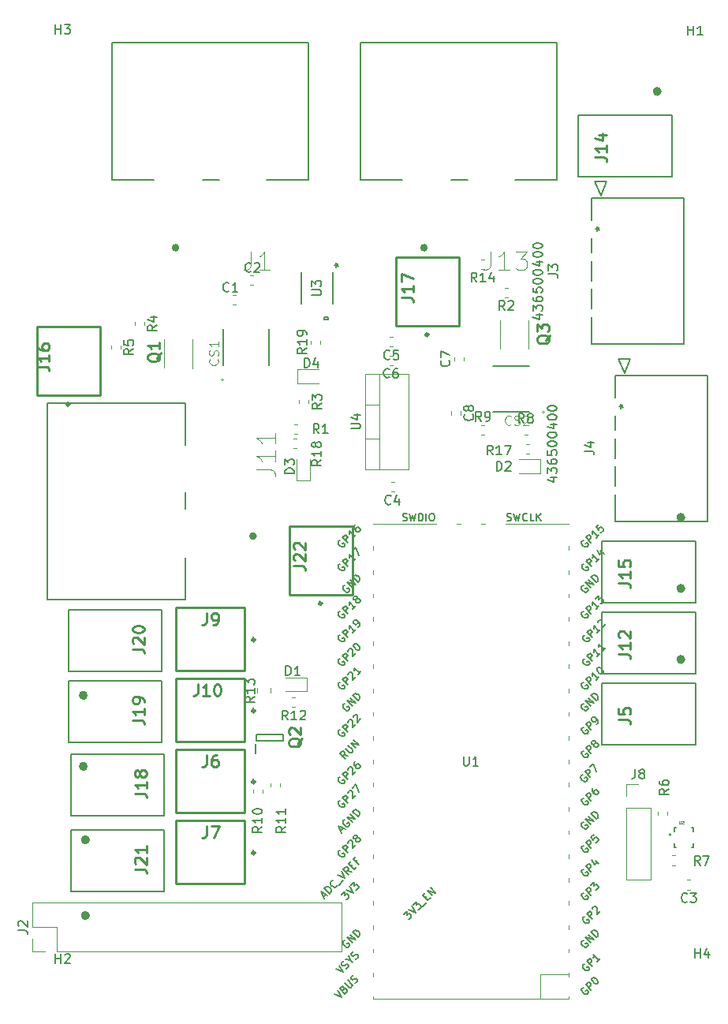
<source format=gto>
G04 #@! TF.GenerationSoftware,KiCad,Pcbnew,(6.0.7)*
G04 #@! TF.CreationDate,2022-12-18T06:26:48+05:30*
G04 #@! TF.ProjectId,PowerBoard,506f7765-7242-46f6-9172-642e6b696361,rev?*
G04 #@! TF.SameCoordinates,Original*
G04 #@! TF.FileFunction,Legend,Top*
G04 #@! TF.FilePolarity,Positive*
%FSLAX46Y46*%
G04 Gerber Fmt 4.6, Leading zero omitted, Abs format (unit mm)*
G04 Created by KiCad (PCBNEW (6.0.7)) date 2022-12-18 06:26:48*
%MOMM*%
%LPD*%
G01*
G04 APERTURE LIST*
%ADD10C,0.150000*%
%ADD11C,0.015000*%
%ADD12C,0.254000*%
%ADD13C,0.120000*%
%ADD14C,0.127000*%
%ADD15C,0.400000*%
%ADD16C,0.200000*%
%ADD17C,0.300000*%
%ADD18C,0.152400*%
%ADD19C,0.100000*%
G04 APERTURE END LIST*
D10*
X88242380Y-81446666D02*
X87766190Y-81780000D01*
X88242380Y-82018095D02*
X87242380Y-82018095D01*
X87242380Y-81637142D01*
X87290000Y-81541904D01*
X87337619Y-81494285D01*
X87432857Y-81446666D01*
X87575714Y-81446666D01*
X87670952Y-81494285D01*
X87718571Y-81541904D01*
X87766190Y-81637142D01*
X87766190Y-82018095D01*
X87242380Y-80541904D02*
X87242380Y-81018095D01*
X87718571Y-81065714D01*
X87670952Y-81018095D01*
X87623333Y-80922857D01*
X87623333Y-80684761D01*
X87670952Y-80589523D01*
X87718571Y-80541904D01*
X87813809Y-80494285D01*
X88051904Y-80494285D01*
X88147142Y-80541904D01*
X88194761Y-80589523D01*
X88242380Y-80684761D01*
X88242380Y-80922857D01*
X88194761Y-81018095D01*
X88147142Y-81065714D01*
D11*
X101475270Y-94377895D02*
X102905141Y-94377895D01*
X103191115Y-94473219D01*
X103381765Y-94663869D01*
X103477089Y-94949843D01*
X103477089Y-95140492D01*
X103477089Y-92376076D02*
X103477089Y-93519972D01*
X103477089Y-92948024D02*
X101475270Y-92948024D01*
X101761244Y-93138673D01*
X101951894Y-93329323D01*
X102047219Y-93519972D01*
X103477089Y-90469581D02*
X103477089Y-91613478D01*
X103477089Y-91041530D02*
X101475270Y-91041530D01*
X101761244Y-91232179D01*
X101951894Y-91422829D01*
X102047219Y-91613478D01*
D12*
X140338523Y-106585095D02*
X141245666Y-106585095D01*
X141427095Y-106645571D01*
X141548047Y-106766523D01*
X141608523Y-106947952D01*
X141608523Y-107068904D01*
X141608523Y-105315095D02*
X141608523Y-106040809D01*
X141608523Y-105677952D02*
X140338523Y-105677952D01*
X140519952Y-105798904D01*
X140640904Y-105919857D01*
X140701380Y-106040809D01*
X140338523Y-104166047D02*
X140338523Y-104770809D01*
X140943285Y-104831285D01*
X140882809Y-104770809D01*
X140822333Y-104649857D01*
X140822333Y-104347476D01*
X140882809Y-104226523D01*
X140943285Y-104166047D01*
X141064238Y-104105571D01*
X141366619Y-104105571D01*
X141487571Y-104166047D01*
X141548047Y-104226523D01*
X141608523Y-104347476D01*
X141608523Y-104649857D01*
X141548047Y-104770809D01*
X141487571Y-104831285D01*
D10*
X142115272Y-126581064D02*
X142115272Y-127295350D01*
X142067653Y-127438207D01*
X141972415Y-127533445D01*
X141829558Y-127581064D01*
X141734320Y-127581064D01*
X142734320Y-127009636D02*
X142639082Y-126962017D01*
X142591463Y-126914398D01*
X142543844Y-126819160D01*
X142543844Y-126771541D01*
X142591463Y-126676303D01*
X142639082Y-126628684D01*
X142734320Y-126581064D01*
X142924796Y-126581064D01*
X143020034Y-126628684D01*
X143067653Y-126676303D01*
X143115272Y-126771541D01*
X143115272Y-126819160D01*
X143067653Y-126914398D01*
X143020034Y-126962017D01*
X142924796Y-127009636D01*
X142734320Y-127009636D01*
X142639082Y-127057255D01*
X142591463Y-127104874D01*
X142543844Y-127200112D01*
X142543844Y-127390588D01*
X142591463Y-127485826D01*
X142639082Y-127533445D01*
X142734320Y-127581064D01*
X142924796Y-127581064D01*
X143020034Y-127533445D01*
X143067653Y-127485826D01*
X143115272Y-127390588D01*
X143115272Y-127200112D01*
X143067653Y-127104874D01*
X143020034Y-127057255D01*
X142924796Y-127009636D01*
D12*
X140338523Y-121220333D02*
X141245666Y-121220333D01*
X141427095Y-121280809D01*
X141548047Y-121401761D01*
X141608523Y-121583190D01*
X141608523Y-121704142D01*
X140338523Y-120010809D02*
X140338523Y-120615571D01*
X140943285Y-120676047D01*
X140882809Y-120615571D01*
X140822333Y-120494619D01*
X140822333Y-120192238D01*
X140882809Y-120071285D01*
X140943285Y-120010809D01*
X141064238Y-119950333D01*
X141366619Y-119950333D01*
X141487571Y-120010809D01*
X141548047Y-120071285D01*
X141608523Y-120192238D01*
X141608523Y-120494619D01*
X141548047Y-120615571D01*
X141487571Y-120676047D01*
X117005583Y-75922535D02*
X117912726Y-75922535D01*
X118094155Y-75983011D01*
X118215107Y-76103963D01*
X118275583Y-76285392D01*
X118275583Y-76406344D01*
X118275583Y-74652535D02*
X118275583Y-75378249D01*
X118275583Y-75015392D02*
X117005583Y-75015392D01*
X117187012Y-75136344D01*
X117307964Y-75257297D01*
X117368440Y-75378249D01*
X117005583Y-74229201D02*
X117005583Y-73382535D01*
X118275583Y-73926820D01*
X77945463Y-83349495D02*
X78852606Y-83349495D01*
X79034035Y-83409971D01*
X79154987Y-83530923D01*
X79215463Y-83712352D01*
X79215463Y-83833304D01*
X79215463Y-82079495D02*
X79215463Y-82805209D01*
X79215463Y-82442352D02*
X77945463Y-82442352D01*
X78126892Y-82563304D01*
X78247844Y-82684257D01*
X78308320Y-82805209D01*
X77945463Y-80990923D02*
X77945463Y-81232828D01*
X78005940Y-81353780D01*
X78066416Y-81414257D01*
X78247844Y-81535209D01*
X78489749Y-81595685D01*
X78973559Y-81595685D01*
X79094511Y-81535209D01*
X79154987Y-81474733D01*
X79215463Y-81353780D01*
X79215463Y-81111876D01*
X79154987Y-80990923D01*
X79094511Y-80930447D01*
X78973559Y-80869971D01*
X78671178Y-80869971D01*
X78550225Y-80930447D01*
X78489749Y-80990923D01*
X78429273Y-81111876D01*
X78429273Y-81353780D01*
X78489749Y-81474733D01*
X78550225Y-81535209D01*
X78671178Y-81595685D01*
X88140523Y-113657095D02*
X89047666Y-113657095D01*
X89229095Y-113717571D01*
X89350047Y-113838523D01*
X89410523Y-114019952D01*
X89410523Y-114140904D01*
X88261476Y-113112809D02*
X88201000Y-113052333D01*
X88140523Y-112931380D01*
X88140523Y-112629000D01*
X88201000Y-112508047D01*
X88261476Y-112447571D01*
X88382428Y-112387095D01*
X88503380Y-112387095D01*
X88684809Y-112447571D01*
X89410523Y-113173285D01*
X89410523Y-112387095D01*
X88140523Y-111600904D02*
X88140523Y-111479952D01*
X88201000Y-111359000D01*
X88261476Y-111298523D01*
X88382428Y-111238047D01*
X88624333Y-111177571D01*
X88926714Y-111177571D01*
X89168619Y-111238047D01*
X89289571Y-111298523D01*
X89350047Y-111359000D01*
X89410523Y-111479952D01*
X89410523Y-111600904D01*
X89350047Y-111721857D01*
X89289571Y-111782333D01*
X89168619Y-111842809D01*
X88926714Y-111903285D01*
X88624333Y-111903285D01*
X88382428Y-111842809D01*
X88261476Y-111782333D01*
X88201000Y-111721857D01*
X88140523Y-111600904D01*
X88140523Y-121277095D02*
X89047666Y-121277095D01*
X89229095Y-121337571D01*
X89350047Y-121458523D01*
X89410523Y-121639952D01*
X89410523Y-121760904D01*
X89410523Y-120007095D02*
X89410523Y-120732809D01*
X89410523Y-120369952D02*
X88140523Y-120369952D01*
X88321952Y-120490904D01*
X88442904Y-120611857D01*
X88503380Y-120732809D01*
X89410523Y-119402333D02*
X89410523Y-119160428D01*
X89350047Y-119039476D01*
X89289571Y-118979000D01*
X89108142Y-118858047D01*
X88866238Y-118797571D01*
X88382428Y-118797571D01*
X88261476Y-118858047D01*
X88201000Y-118918523D01*
X88140523Y-119039476D01*
X88140523Y-119281380D01*
X88201000Y-119402333D01*
X88261476Y-119462809D01*
X88382428Y-119523285D01*
X88684809Y-119523285D01*
X88805761Y-119462809D01*
X88866238Y-119402333D01*
X88926714Y-119281380D01*
X88926714Y-119039476D01*
X88866238Y-118918523D01*
X88805761Y-118858047D01*
X88684809Y-118797571D01*
X88383447Y-129151095D02*
X89290590Y-129151095D01*
X89472019Y-129211571D01*
X89592971Y-129332523D01*
X89653447Y-129513952D01*
X89653447Y-129634904D01*
X89653447Y-127881095D02*
X89653447Y-128606809D01*
X89653447Y-128243952D02*
X88383447Y-128243952D01*
X88564876Y-128364904D01*
X88685828Y-128485857D01*
X88746304Y-128606809D01*
X88927733Y-127155380D02*
X88867257Y-127276333D01*
X88806781Y-127336809D01*
X88685828Y-127397285D01*
X88625352Y-127397285D01*
X88504400Y-127336809D01*
X88443924Y-127276333D01*
X88383447Y-127155380D01*
X88383447Y-126913476D01*
X88443924Y-126792523D01*
X88504400Y-126732047D01*
X88625352Y-126671571D01*
X88685828Y-126671571D01*
X88806781Y-126732047D01*
X88867257Y-126792523D01*
X88927733Y-126913476D01*
X88927733Y-127155380D01*
X88988209Y-127276333D01*
X89048685Y-127336809D01*
X89169638Y-127397285D01*
X89411543Y-127397285D01*
X89532495Y-127336809D01*
X89592971Y-127276333D01*
X89653447Y-127155380D01*
X89653447Y-126913476D01*
X89592971Y-126792523D01*
X89532495Y-126732047D01*
X89411543Y-126671571D01*
X89169638Y-126671571D01*
X89048685Y-126732047D01*
X88988209Y-126792523D01*
X88927733Y-126913476D01*
X88383447Y-137279095D02*
X89290590Y-137279095D01*
X89472019Y-137339571D01*
X89592971Y-137460523D01*
X89653447Y-137641952D01*
X89653447Y-137762904D01*
X88504400Y-136734809D02*
X88443924Y-136674333D01*
X88383447Y-136553380D01*
X88383447Y-136251000D01*
X88443924Y-136130047D01*
X88504400Y-136069571D01*
X88625352Y-136009095D01*
X88746304Y-136009095D01*
X88927733Y-136069571D01*
X89653447Y-136795285D01*
X89653447Y-136009095D01*
X89653447Y-134799571D02*
X89653447Y-135525285D01*
X89653447Y-135162428D02*
X88383447Y-135162428D01*
X88564876Y-135283380D01*
X88685828Y-135404333D01*
X88746304Y-135525285D01*
D10*
X125087142Y-74272380D02*
X124753809Y-73796190D01*
X124515714Y-74272380D02*
X124515714Y-73272380D01*
X124896666Y-73272380D01*
X124991904Y-73320000D01*
X125039523Y-73367619D01*
X125087142Y-73462857D01*
X125087142Y-73605714D01*
X125039523Y-73700952D01*
X124991904Y-73748571D01*
X124896666Y-73796190D01*
X124515714Y-73796190D01*
X126039523Y-74272380D02*
X125468095Y-74272380D01*
X125753809Y-74272380D02*
X125753809Y-73272380D01*
X125658571Y-73415238D01*
X125563333Y-73510476D01*
X125468095Y-73558095D01*
X126896666Y-73605714D02*
X126896666Y-74272380D01*
X126658571Y-73224761D02*
X126420476Y-73939047D01*
X127039523Y-73939047D01*
X111610900Y-90022584D02*
X112420424Y-90022584D01*
X112515662Y-89974965D01*
X112563281Y-89927346D01*
X112610900Y-89832108D01*
X112610900Y-89641632D01*
X112563281Y-89546394D01*
X112515662Y-89498775D01*
X112420424Y-89451156D01*
X111610900Y-89451156D01*
X111944234Y-88546394D02*
X112610900Y-88546394D01*
X111563281Y-88784489D02*
X112277567Y-89022584D01*
X112277567Y-88403537D01*
X75862380Y-143843333D02*
X76576666Y-143843333D01*
X76719523Y-143890952D01*
X76814761Y-143986190D01*
X76862380Y-144129047D01*
X76862380Y-144224285D01*
X75957619Y-143414761D02*
X75910000Y-143367142D01*
X75862380Y-143271904D01*
X75862380Y-143033809D01*
X75910000Y-142938571D01*
X75957619Y-142890952D01*
X76052857Y-142843333D01*
X76148095Y-142843333D01*
X76290952Y-142890952D01*
X76862380Y-143462380D01*
X76862380Y-142843333D01*
X104820482Y-121257320D02*
X104487149Y-120781130D01*
X104249054Y-121257320D02*
X104249054Y-120257320D01*
X104630006Y-120257320D01*
X104725244Y-120304940D01*
X104772863Y-120352559D01*
X104820482Y-120447797D01*
X104820482Y-120590654D01*
X104772863Y-120685892D01*
X104725244Y-120733511D01*
X104630006Y-120781130D01*
X104249054Y-120781130D01*
X105772863Y-121257320D02*
X105201435Y-121257320D01*
X105487149Y-121257320D02*
X105487149Y-120257320D01*
X105391911Y-120400178D01*
X105296673Y-120495416D01*
X105201435Y-120543035D01*
X106153816Y-120352559D02*
X106201435Y-120304940D01*
X106296673Y-120257320D01*
X106534768Y-120257320D01*
X106630006Y-120304940D01*
X106677625Y-120352559D01*
X106725244Y-120447797D01*
X106725244Y-120543035D01*
X106677625Y-120685892D01*
X106106197Y-121257320D01*
X106725244Y-121257320D01*
X145694660Y-128672886D02*
X145218470Y-129006220D01*
X145694660Y-129244315D02*
X144694660Y-129244315D01*
X144694660Y-128863362D01*
X144742280Y-128768124D01*
X144789899Y-128720505D01*
X144885137Y-128672886D01*
X145027994Y-128672886D01*
X145123232Y-128720505D01*
X145170851Y-128768124D01*
X145218470Y-128863362D01*
X145218470Y-129244315D01*
X144694660Y-127815743D02*
X144694660Y-128006220D01*
X144742280Y-128101458D01*
X144789899Y-128149077D01*
X144932756Y-128244315D01*
X145123232Y-128291934D01*
X145504184Y-128291934D01*
X145599422Y-128244315D01*
X145647041Y-128196696D01*
X145694660Y-128101458D01*
X145694660Y-127910981D01*
X145647041Y-127815743D01*
X145599422Y-127768124D01*
X145504184Y-127720505D01*
X145266089Y-127720505D01*
X145170851Y-127768124D01*
X145123232Y-127815743D01*
X145075613Y-127910981D01*
X145075613Y-128101458D01*
X145123232Y-128196696D01*
X145170851Y-128244315D01*
X145266089Y-128291934D01*
D12*
X105438423Y-104703275D02*
X106345566Y-104703275D01*
X106526995Y-104763751D01*
X106647947Y-104884703D01*
X106708423Y-105066132D01*
X106708423Y-105187084D01*
X105559376Y-104158989D02*
X105498900Y-104098513D01*
X105438423Y-103977560D01*
X105438423Y-103675180D01*
X105498900Y-103554227D01*
X105559376Y-103493751D01*
X105680328Y-103433275D01*
X105801280Y-103433275D01*
X105982709Y-103493751D01*
X106708423Y-104219465D01*
X106708423Y-103433275D01*
X105559376Y-102949465D02*
X105498900Y-102888989D01*
X105438423Y-102768037D01*
X105438423Y-102465656D01*
X105498900Y-102344703D01*
X105559376Y-102284227D01*
X105680328Y-102223751D01*
X105801280Y-102223751D01*
X105982709Y-102284227D01*
X106708423Y-103009941D01*
X106708423Y-102223751D01*
X96096666Y-109794523D02*
X96096666Y-110701666D01*
X96036190Y-110883095D01*
X95915238Y-111004047D01*
X95733809Y-111064523D01*
X95612857Y-111064523D01*
X96761904Y-111064523D02*
X97003809Y-111064523D01*
X97124761Y-111004047D01*
X97185238Y-110943571D01*
X97306190Y-110762142D01*
X97366666Y-110520238D01*
X97366666Y-110036428D01*
X97306190Y-109915476D01*
X97245714Y-109855000D01*
X97124761Y-109794523D01*
X96882857Y-109794523D01*
X96761904Y-109855000D01*
X96701428Y-109915476D01*
X96640952Y-110036428D01*
X96640952Y-110338809D01*
X96701428Y-110459761D01*
X96761904Y-110520238D01*
X96882857Y-110580714D01*
X97124761Y-110580714D01*
X97245714Y-110520238D01*
X97306190Y-110459761D01*
X97366666Y-110338809D01*
X95143444Y-117414523D02*
X95143444Y-118321666D01*
X95082968Y-118503095D01*
X94962016Y-118624047D01*
X94780587Y-118684523D01*
X94659635Y-118684523D01*
X96413444Y-118684523D02*
X95687730Y-118684523D01*
X96050587Y-118684523D02*
X96050587Y-117414523D01*
X95929635Y-117595952D01*
X95808682Y-117716904D01*
X95687730Y-117777380D01*
X97199635Y-117414523D02*
X97320587Y-117414523D01*
X97441540Y-117475000D01*
X97502016Y-117535476D01*
X97562492Y-117656428D01*
X97622968Y-117898333D01*
X97622968Y-118200714D01*
X97562492Y-118442619D01*
X97502016Y-118563571D01*
X97441540Y-118624047D01*
X97320587Y-118684523D01*
X97199635Y-118684523D01*
X97078682Y-118624047D01*
X97018206Y-118563571D01*
X96957730Y-118442619D01*
X96897254Y-118200714D01*
X96897254Y-117898333D01*
X96957730Y-117656428D01*
X97018206Y-117535476D01*
X97078682Y-117475000D01*
X97199635Y-117414523D01*
D10*
X104592380Y-132722857D02*
X104116190Y-133056190D01*
X104592380Y-133294285D02*
X103592380Y-133294285D01*
X103592380Y-132913333D01*
X103640000Y-132818095D01*
X103687619Y-132770476D01*
X103782857Y-132722857D01*
X103925714Y-132722857D01*
X104020952Y-132770476D01*
X104068571Y-132818095D01*
X104116190Y-132913333D01*
X104116190Y-133294285D01*
X104592380Y-131770476D02*
X104592380Y-132341904D01*
X104592380Y-132056190D02*
X103592380Y-132056190D01*
X103735238Y-132151428D01*
X103830476Y-132246666D01*
X103878095Y-132341904D01*
X104592380Y-130818095D02*
X104592380Y-131389523D01*
X104592380Y-131103809D02*
X103592380Y-131103809D01*
X103735238Y-131199047D01*
X103830476Y-131294285D01*
X103878095Y-131389523D01*
D12*
X140338523Y-114205095D02*
X141245666Y-114205095D01*
X141427095Y-114265571D01*
X141548047Y-114386523D01*
X141608523Y-114567952D01*
X141608523Y-114688904D01*
X141608523Y-112935095D02*
X141608523Y-113660809D01*
X141608523Y-113297952D02*
X140338523Y-113297952D01*
X140519952Y-113418904D01*
X140640904Y-113539857D01*
X140701380Y-113660809D01*
X140459476Y-112451285D02*
X140399000Y-112390809D01*
X140338523Y-112269857D01*
X140338523Y-111967476D01*
X140399000Y-111846523D01*
X140459476Y-111786047D01*
X140580428Y-111725571D01*
X140701380Y-111725571D01*
X140882809Y-111786047D01*
X141608523Y-112511761D01*
X141608523Y-111725571D01*
D10*
X136703820Y-92426113D02*
X137418106Y-92426113D01*
X137560963Y-92473732D01*
X137656201Y-92568970D01*
X137703820Y-92711827D01*
X137703820Y-92807065D01*
X137037154Y-91521351D02*
X137703820Y-91521351D01*
X136656201Y-91759446D02*
X137370487Y-91997541D01*
X137370487Y-91378494D01*
X133029034Y-95254627D02*
X133695700Y-95254627D01*
X132648081Y-95492722D02*
X133362367Y-95730818D01*
X133362367Y-95111770D01*
X132695700Y-94826056D02*
X132695700Y-94207008D01*
X133076653Y-94540341D01*
X133076653Y-94397484D01*
X133124272Y-94302246D01*
X133171891Y-94254627D01*
X133267129Y-94207008D01*
X133505224Y-94207008D01*
X133600462Y-94254627D01*
X133648081Y-94302246D01*
X133695700Y-94397484D01*
X133695700Y-94683199D01*
X133648081Y-94778437D01*
X133600462Y-94826056D01*
X132695700Y-93349865D02*
X132695700Y-93540341D01*
X132743320Y-93635580D01*
X132790939Y-93683199D01*
X132933796Y-93778437D01*
X133124272Y-93826056D01*
X133505224Y-93826056D01*
X133600462Y-93778437D01*
X133648081Y-93730818D01*
X133695700Y-93635580D01*
X133695700Y-93445103D01*
X133648081Y-93349865D01*
X133600462Y-93302246D01*
X133505224Y-93254627D01*
X133267129Y-93254627D01*
X133171891Y-93302246D01*
X133124272Y-93349865D01*
X133076653Y-93445103D01*
X133076653Y-93635580D01*
X133124272Y-93730818D01*
X133171891Y-93778437D01*
X133267129Y-93826056D01*
X132695700Y-92349865D02*
X132695700Y-92826056D01*
X133171891Y-92873675D01*
X133124272Y-92826056D01*
X133076653Y-92730818D01*
X133076653Y-92492722D01*
X133124272Y-92397484D01*
X133171891Y-92349865D01*
X133267129Y-92302246D01*
X133505224Y-92302246D01*
X133600462Y-92349865D01*
X133648081Y-92397484D01*
X133695700Y-92492722D01*
X133695700Y-92730818D01*
X133648081Y-92826056D01*
X133600462Y-92873675D01*
X132695700Y-91683199D02*
X132695700Y-91587960D01*
X132743320Y-91492722D01*
X132790939Y-91445103D01*
X132886177Y-91397484D01*
X133076653Y-91349865D01*
X133314748Y-91349865D01*
X133505224Y-91397484D01*
X133600462Y-91445103D01*
X133648081Y-91492722D01*
X133695700Y-91587960D01*
X133695700Y-91683199D01*
X133648081Y-91778437D01*
X133600462Y-91826056D01*
X133505224Y-91873675D01*
X133314748Y-91921294D01*
X133076653Y-91921294D01*
X132886177Y-91873675D01*
X132790939Y-91826056D01*
X132743320Y-91778437D01*
X132695700Y-91683199D01*
X132695700Y-90730818D02*
X132695700Y-90635580D01*
X132743320Y-90540341D01*
X132790939Y-90492722D01*
X132886177Y-90445103D01*
X133076653Y-90397484D01*
X133314748Y-90397484D01*
X133505224Y-90445103D01*
X133600462Y-90492722D01*
X133648081Y-90540341D01*
X133695700Y-90635580D01*
X133695700Y-90730818D01*
X133648081Y-90826056D01*
X133600462Y-90873675D01*
X133505224Y-90921294D01*
X133314748Y-90968913D01*
X133076653Y-90968913D01*
X132886177Y-90921294D01*
X132790939Y-90873675D01*
X132743320Y-90826056D01*
X132695700Y-90730818D01*
X133029034Y-89540341D02*
X133695700Y-89540341D01*
X132648081Y-89778437D02*
X133362367Y-90016532D01*
X133362367Y-89397484D01*
X132695700Y-88826056D02*
X132695700Y-88730818D01*
X132743320Y-88635580D01*
X132790939Y-88587960D01*
X132886177Y-88540341D01*
X133076653Y-88492722D01*
X133314748Y-88492722D01*
X133505224Y-88540341D01*
X133600462Y-88587960D01*
X133648081Y-88635580D01*
X133695700Y-88730818D01*
X133695700Y-88826056D01*
X133648081Y-88921294D01*
X133600462Y-88968913D01*
X133505224Y-89016532D01*
X133314748Y-89064151D01*
X133076653Y-89064151D01*
X132886177Y-89016532D01*
X132790939Y-88968913D01*
X132743320Y-88921294D01*
X132695700Y-88826056D01*
X132695700Y-87873675D02*
X132695700Y-87778437D01*
X132743320Y-87683199D01*
X132790939Y-87635580D01*
X132886177Y-87587960D01*
X133076653Y-87540341D01*
X133314748Y-87540341D01*
X133505224Y-87587960D01*
X133600462Y-87635580D01*
X133648081Y-87683199D01*
X133695700Y-87778437D01*
X133695700Y-87873675D01*
X133648081Y-87968913D01*
X133600462Y-88016532D01*
X133505224Y-88064151D01*
X133314748Y-88111770D01*
X133076653Y-88111770D01*
X132886177Y-88064151D01*
X132790939Y-88016532D01*
X132743320Y-87968913D01*
X132695700Y-87873675D01*
X140422380Y-87630000D02*
X140660476Y-87630000D01*
X140565238Y-87868095D02*
X140660476Y-87630000D01*
X140565238Y-87391904D01*
X140850952Y-87772857D02*
X140660476Y-87630000D01*
X140850952Y-87487142D01*
D12*
X137798523Y-60865095D02*
X138705666Y-60865095D01*
X138887095Y-60925571D01*
X139008047Y-61046523D01*
X139068523Y-61227952D01*
X139068523Y-61348904D01*
X139068523Y-59595095D02*
X139068523Y-60320809D01*
X139068523Y-59957952D02*
X137798523Y-59957952D01*
X137979952Y-60078904D01*
X138100904Y-60199857D01*
X138161380Y-60320809D01*
X138221857Y-58506523D02*
X139068523Y-58506523D01*
X137738047Y-58808904D02*
X138645190Y-59111285D01*
X138645190Y-58325095D01*
D10*
X125585772Y-89198879D02*
X125252439Y-88722689D01*
X125014343Y-89198879D02*
X125014343Y-88198879D01*
X125395296Y-88198879D01*
X125490534Y-88246499D01*
X125538153Y-88294118D01*
X125585772Y-88389356D01*
X125585772Y-88532213D01*
X125538153Y-88627451D01*
X125490534Y-88675070D01*
X125395296Y-88722689D01*
X125014343Y-88722689D01*
X126061962Y-89198879D02*
X126252439Y-89198879D01*
X126347677Y-89151260D01*
X126395296Y-89103641D01*
X126490534Y-88960784D01*
X126538153Y-88770308D01*
X126538153Y-88389356D01*
X126490534Y-88294118D01*
X126442915Y-88246499D01*
X126347677Y-88198879D01*
X126157200Y-88198879D01*
X126061962Y-88246499D01*
X126014343Y-88294118D01*
X125966724Y-88389356D01*
X125966724Y-88627451D01*
X126014343Y-88722689D01*
X126061962Y-88770308D01*
X126157200Y-88817927D01*
X126347677Y-88817927D01*
X126442915Y-88770308D01*
X126490534Y-88722689D01*
X126538153Y-88627451D01*
X122117142Y-82716666D02*
X122164761Y-82764285D01*
X122212380Y-82907142D01*
X122212380Y-83002380D01*
X122164761Y-83145238D01*
X122069523Y-83240476D01*
X121974285Y-83288095D01*
X121783809Y-83335714D01*
X121640952Y-83335714D01*
X121450476Y-83288095D01*
X121355238Y-83240476D01*
X121260000Y-83145238D01*
X121212380Y-83002380D01*
X121212380Y-82907142D01*
X121260000Y-82764285D01*
X121307619Y-82716666D01*
X121212380Y-82383333D02*
X121212380Y-81716666D01*
X122212380Y-82145238D01*
D12*
X106318836Y-123237292D02*
X106258360Y-123358244D01*
X106137407Y-123479197D01*
X105955979Y-123660625D01*
X105895502Y-123781578D01*
X105895502Y-123902530D01*
X106197883Y-123842054D02*
X106137407Y-123963006D01*
X106016455Y-124083959D01*
X105774550Y-124144435D01*
X105351217Y-124144435D01*
X105109312Y-124083959D01*
X104988360Y-123963006D01*
X104927883Y-123842054D01*
X104927883Y-123600149D01*
X104988360Y-123479197D01*
X105109312Y-123358244D01*
X105351217Y-123297768D01*
X105774550Y-123297768D01*
X106016455Y-123358244D01*
X106137407Y-123479197D01*
X106197883Y-123600149D01*
X106197883Y-123842054D01*
X105048836Y-122813959D02*
X104988360Y-122753482D01*
X104927883Y-122632530D01*
X104927883Y-122330149D01*
X104988360Y-122209197D01*
X105048836Y-122148720D01*
X105169788Y-122088244D01*
X105290740Y-122088244D01*
X105472169Y-122148720D01*
X106197883Y-122874435D01*
X106197883Y-122088244D01*
D10*
X105486480Y-94822235D02*
X104486480Y-94822235D01*
X104486480Y-94584140D01*
X104534100Y-94441282D01*
X104629338Y-94346044D01*
X104724576Y-94298425D01*
X104915052Y-94250806D01*
X105057909Y-94250806D01*
X105248385Y-94298425D01*
X105343623Y-94346044D01*
X105438861Y-94441282D01*
X105486480Y-94584140D01*
X105486480Y-94822235D01*
X104486480Y-93917473D02*
X104486480Y-93298425D01*
X104867433Y-93631759D01*
X104867433Y-93488901D01*
X104915052Y-93393663D01*
X104962671Y-93346044D01*
X105057909Y-93298425D01*
X105296004Y-93298425D01*
X105391242Y-93346044D01*
X105438861Y-93393663D01*
X105486480Y-93488901D01*
X105486480Y-93774616D01*
X105438861Y-93869854D01*
X105391242Y-93917473D01*
X106599764Y-83434200D02*
X106599764Y-82434200D01*
X106837860Y-82434200D01*
X106980717Y-82481820D01*
X107075955Y-82577058D01*
X107123574Y-82672296D01*
X107171193Y-82862772D01*
X107171193Y-83005629D01*
X107123574Y-83196105D01*
X107075955Y-83291343D01*
X106980717Y-83386581D01*
X106837860Y-83434200D01*
X106599764Y-83434200D01*
X108028336Y-82767534D02*
X108028336Y-83434200D01*
X107790240Y-82386581D02*
X107552145Y-83100867D01*
X108171193Y-83100867D01*
X148521515Y-146793100D02*
X148521515Y-145793100D01*
X148521515Y-146269291D02*
X149092943Y-146269291D01*
X149092943Y-146793100D02*
X149092943Y-145793100D01*
X149997705Y-146126434D02*
X149997705Y-146793100D01*
X149759610Y-145745481D02*
X149521515Y-146459767D01*
X150140562Y-146459767D01*
X79885635Y-47649280D02*
X79885635Y-46649280D01*
X79885635Y-47125471D02*
X80457063Y-47125471D01*
X80457063Y-47649280D02*
X80457063Y-46649280D01*
X80838016Y-46649280D02*
X81457063Y-46649280D01*
X81123730Y-47030233D01*
X81266587Y-47030233D01*
X81361825Y-47077852D01*
X81409444Y-47125471D01*
X81457063Y-47220709D01*
X81457063Y-47458804D01*
X81409444Y-47554042D01*
X81361825Y-47601661D01*
X81266587Y-47649280D01*
X80980873Y-47649280D01*
X80885635Y-47601661D01*
X80838016Y-47554042D01*
X79878015Y-147369680D02*
X79878015Y-146369680D01*
X79878015Y-146845871D02*
X80449443Y-146845871D01*
X80449443Y-147369680D02*
X80449443Y-146369680D01*
X80878015Y-146464919D02*
X80925634Y-146417300D01*
X81020872Y-146369680D01*
X81258967Y-146369680D01*
X81354205Y-146417300D01*
X81401824Y-146464919D01*
X81449443Y-146560157D01*
X81449443Y-146655395D01*
X81401824Y-146798252D01*
X80830396Y-147369680D01*
X81449443Y-147369680D01*
X147797615Y-47766120D02*
X147797615Y-46766120D01*
X147797615Y-47242311D02*
X148369043Y-47242311D01*
X148369043Y-47766120D02*
X148369043Y-46766120D01*
X149369043Y-47766120D02*
X148797615Y-47766120D01*
X149083329Y-47766120D02*
X149083329Y-46766120D01*
X148988091Y-46908978D01*
X148892853Y-47004216D01*
X148797615Y-47051835D01*
D11*
X97268946Y-82556268D02*
X97316693Y-82604015D01*
X97364440Y-82747255D01*
X97364440Y-82842749D01*
X97316693Y-82985990D01*
X97221199Y-83081484D01*
X97125706Y-83129231D01*
X96934718Y-83176977D01*
X96791477Y-83176977D01*
X96600490Y-83129231D01*
X96504996Y-83081484D01*
X96409502Y-82985990D01*
X96361755Y-82842749D01*
X96361755Y-82747255D01*
X96409502Y-82604015D01*
X96457249Y-82556268D01*
X97316693Y-82174292D02*
X97364440Y-82031052D01*
X97364440Y-81792317D01*
X97316693Y-81696823D01*
X97268946Y-81649077D01*
X97173452Y-81601330D01*
X97077959Y-81601330D01*
X96982465Y-81649077D01*
X96934718Y-81696823D01*
X96886971Y-81792317D01*
X96839224Y-81983305D01*
X96791477Y-82078799D01*
X96743730Y-82126546D01*
X96648237Y-82174292D01*
X96552743Y-82174292D01*
X96457249Y-82126546D01*
X96409502Y-82078799D01*
X96361755Y-81983305D01*
X96361755Y-81744570D01*
X96409502Y-81601330D01*
X97364440Y-80646392D02*
X97364440Y-81219354D01*
X97364440Y-80932873D02*
X96361755Y-80932873D01*
X96504996Y-81028367D01*
X96600490Y-81123861D01*
X96648237Y-81219354D01*
X128775261Y-89514956D02*
X128727514Y-89562703D01*
X128584274Y-89610450D01*
X128488780Y-89610450D01*
X128345539Y-89562703D01*
X128250045Y-89467209D01*
X128202298Y-89371716D01*
X128154552Y-89180728D01*
X128154552Y-89037487D01*
X128202298Y-88846500D01*
X128250045Y-88751006D01*
X128345539Y-88655512D01*
X128488780Y-88607765D01*
X128584274Y-88607765D01*
X128727514Y-88655512D01*
X128775261Y-88703259D01*
X129157237Y-89562703D02*
X129300477Y-89610450D01*
X129539212Y-89610450D01*
X129634706Y-89562703D01*
X129682452Y-89514956D01*
X129730199Y-89419462D01*
X129730199Y-89323969D01*
X129682452Y-89228475D01*
X129634706Y-89180728D01*
X129539212Y-89132981D01*
X129348224Y-89085234D01*
X129252730Y-89037487D01*
X129204983Y-88989740D01*
X129157237Y-88894247D01*
X129157237Y-88798753D01*
X129204983Y-88703259D01*
X129252730Y-88655512D01*
X129348224Y-88607765D01*
X129586959Y-88607765D01*
X129730199Y-88655512D01*
X130112175Y-88703259D02*
X130159922Y-88655512D01*
X130255415Y-88607765D01*
X130494150Y-88607765D01*
X130589644Y-88655512D01*
X130637391Y-88703259D01*
X130685137Y-88798753D01*
X130685137Y-88894247D01*
X130637391Y-89037487D01*
X130064428Y-89610450D01*
X130685137Y-89610450D01*
D12*
X132960896Y-79953152D02*
X132900420Y-80074104D01*
X132779467Y-80195057D01*
X132598039Y-80376485D01*
X132537562Y-80497438D01*
X132537562Y-80618390D01*
X132839943Y-80557914D02*
X132779467Y-80678866D01*
X132658515Y-80799819D01*
X132416610Y-80860295D01*
X131993277Y-80860295D01*
X131751372Y-80799819D01*
X131630420Y-80678866D01*
X131569943Y-80557914D01*
X131569943Y-80316009D01*
X131630420Y-80195057D01*
X131751372Y-80074104D01*
X131993277Y-80013628D01*
X132416610Y-80013628D01*
X132658515Y-80074104D01*
X132779467Y-80195057D01*
X132839943Y-80316009D01*
X132839943Y-80557914D01*
X131569943Y-79590295D02*
X131569943Y-78804104D01*
X132053753Y-79227438D01*
X132053753Y-79046009D01*
X132114229Y-78925057D01*
X132174705Y-78864580D01*
X132295658Y-78804104D01*
X132598039Y-78804104D01*
X132718991Y-78864580D01*
X132779467Y-78925057D01*
X132839943Y-79046009D01*
X132839943Y-79408866D01*
X132779467Y-79529819D01*
X132718991Y-79590295D01*
X91185516Y-81865772D02*
X91125040Y-81986724D01*
X91004087Y-82107677D01*
X90822659Y-82289105D01*
X90762182Y-82410058D01*
X90762182Y-82531010D01*
X91064563Y-82470534D02*
X91004087Y-82591486D01*
X90883135Y-82712439D01*
X90641230Y-82772915D01*
X90217897Y-82772915D01*
X89975992Y-82712439D01*
X89855040Y-82591486D01*
X89794563Y-82470534D01*
X89794563Y-82228629D01*
X89855040Y-82107677D01*
X89975992Y-81986724D01*
X90217897Y-81926248D01*
X90641230Y-81926248D01*
X90883135Y-81986724D01*
X91004087Y-82107677D01*
X91064563Y-82228629D01*
X91064563Y-82470534D01*
X91064563Y-80716724D02*
X91064563Y-81442439D01*
X91064563Y-81079581D02*
X89794563Y-81079581D01*
X89975992Y-81200534D01*
X90096944Y-81321486D01*
X90157420Y-81442439D01*
D10*
X123698095Y-125182380D02*
X123698095Y-125991904D01*
X123745714Y-126087142D01*
X123793333Y-126134761D01*
X123888571Y-126182380D01*
X124079047Y-126182380D01*
X124174285Y-126134761D01*
X124221904Y-126087142D01*
X124269523Y-125991904D01*
X124269523Y-125182380D01*
X125269523Y-126182380D02*
X124698095Y-126182380D01*
X124983809Y-126182380D02*
X124983809Y-125182380D01*
X124888571Y-125325238D01*
X124793333Y-125420476D01*
X124698095Y-125468095D01*
X136673096Y-142361218D02*
X136592284Y-142388155D01*
X136511471Y-142468967D01*
X136457597Y-142576717D01*
X136457597Y-142684467D01*
X136484534Y-142765279D01*
X136565346Y-142899966D01*
X136646158Y-142980778D01*
X136780845Y-143061590D01*
X136861658Y-143088528D01*
X136969407Y-143088528D01*
X137077157Y-143034653D01*
X137131032Y-142980778D01*
X137184906Y-142873028D01*
X137184906Y-142819154D01*
X136996345Y-142630592D01*
X136888595Y-142738341D01*
X137481218Y-142630592D02*
X136915532Y-142064906D01*
X137131032Y-141849407D01*
X137211844Y-141822470D01*
X137265719Y-141822470D01*
X137346531Y-141849407D01*
X137427343Y-141930219D01*
X137454280Y-142011032D01*
X137454280Y-142064906D01*
X137427343Y-142145719D01*
X137211844Y-142361218D01*
X137508155Y-141580033D02*
X137508155Y-141526158D01*
X137535093Y-141445346D01*
X137669780Y-141310659D01*
X137750592Y-141283722D01*
X137804467Y-141283722D01*
X137885279Y-141310659D01*
X137939154Y-141364534D01*
X137993028Y-141472284D01*
X137993028Y-142118781D01*
X138343215Y-141768595D01*
X136573096Y-122041218D02*
X136492284Y-122068155D01*
X136411471Y-122148967D01*
X136357597Y-122256717D01*
X136357597Y-122364467D01*
X136384534Y-122445279D01*
X136465346Y-122579966D01*
X136546158Y-122660778D01*
X136680845Y-122741590D01*
X136761658Y-122768528D01*
X136869407Y-122768528D01*
X136977157Y-122714653D01*
X137031032Y-122660778D01*
X137084906Y-122553028D01*
X137084906Y-122499154D01*
X136896345Y-122310592D01*
X136788595Y-122418341D01*
X137381218Y-122310592D02*
X136815532Y-121744906D01*
X137031032Y-121529407D01*
X137111844Y-121502470D01*
X137165719Y-121502470D01*
X137246531Y-121529407D01*
X137327343Y-121610219D01*
X137354280Y-121691032D01*
X137354280Y-121744906D01*
X137327343Y-121825719D01*
X137111844Y-122041218D01*
X137973841Y-121717969D02*
X138081590Y-121610219D01*
X138108528Y-121529407D01*
X138108528Y-121475532D01*
X138081590Y-121340845D01*
X138000778Y-121206158D01*
X137785279Y-120990659D01*
X137704467Y-120963722D01*
X137650592Y-120963722D01*
X137569780Y-120990659D01*
X137462030Y-121098409D01*
X137435093Y-121179221D01*
X137435093Y-121233096D01*
X137462030Y-121313908D01*
X137596717Y-121448595D01*
X137677529Y-121475532D01*
X137731404Y-121475532D01*
X137812216Y-121448595D01*
X137919966Y-121340845D01*
X137946903Y-121260033D01*
X137946903Y-121206158D01*
X137919966Y-121125346D01*
X136546158Y-119528155D02*
X136465346Y-119555093D01*
X136384534Y-119635905D01*
X136330659Y-119743654D01*
X136330659Y-119851404D01*
X136357597Y-119932216D01*
X136438409Y-120066903D01*
X136519221Y-120147715D01*
X136653908Y-120228528D01*
X136734720Y-120255465D01*
X136842470Y-120255465D01*
X136950219Y-120201590D01*
X137004094Y-120147715D01*
X137057969Y-120039966D01*
X137057969Y-119986091D01*
X136869407Y-119797529D01*
X136761658Y-119905279D01*
X137354280Y-119797529D02*
X136788595Y-119231844D01*
X137677529Y-119474280D01*
X137111844Y-118908595D01*
X137946903Y-119204906D02*
X137381218Y-118639221D01*
X137515905Y-118504534D01*
X137623654Y-118450659D01*
X137731404Y-118450659D01*
X137812216Y-118477597D01*
X137946903Y-118558409D01*
X138027715Y-118639221D01*
X138108528Y-118773908D01*
X138135465Y-118854720D01*
X138135465Y-118962470D01*
X138081590Y-119070219D01*
X137946903Y-119204906D01*
X110449722Y-114690592D02*
X110368910Y-114717529D01*
X110288097Y-114798341D01*
X110234223Y-114906091D01*
X110234223Y-115013841D01*
X110261160Y-115094653D01*
X110341972Y-115229340D01*
X110422784Y-115310152D01*
X110557471Y-115390964D01*
X110638284Y-115417902D01*
X110746033Y-115417902D01*
X110853783Y-115364027D01*
X110907658Y-115310152D01*
X110961532Y-115202402D01*
X110961532Y-115148528D01*
X110772971Y-114959966D01*
X110665221Y-115067715D01*
X111257844Y-114959966D02*
X110692158Y-114394280D01*
X110907658Y-114178781D01*
X110988470Y-114151844D01*
X111042345Y-114151844D01*
X111123157Y-114178781D01*
X111203969Y-114259593D01*
X111230906Y-114340406D01*
X111230906Y-114394280D01*
X111203969Y-114475093D01*
X110988470Y-114690592D01*
X111284781Y-113909407D02*
X111284781Y-113855532D01*
X111311719Y-113774720D01*
X111446406Y-113640033D01*
X111527218Y-113613096D01*
X111581093Y-113613096D01*
X111661905Y-113640033D01*
X111715780Y-113693908D01*
X111769654Y-113801658D01*
X111769654Y-114448155D01*
X112119841Y-114097969D01*
X111904341Y-113182097D02*
X111958216Y-113128223D01*
X112039028Y-113101285D01*
X112092903Y-113101285D01*
X112173715Y-113128223D01*
X112308402Y-113209035D01*
X112443089Y-113343722D01*
X112523902Y-113478409D01*
X112550839Y-113559221D01*
X112550839Y-113613096D01*
X112523902Y-113693908D01*
X112470027Y-113747783D01*
X112389215Y-113774720D01*
X112335340Y-113774720D01*
X112254528Y-113747783D01*
X112119841Y-113666971D01*
X111985154Y-113532284D01*
X111904341Y-113397597D01*
X111877404Y-113316784D01*
X111877404Y-113262910D01*
X111904341Y-113182097D01*
X136573096Y-139821218D02*
X136492284Y-139848155D01*
X136411471Y-139928967D01*
X136357597Y-140036717D01*
X136357597Y-140144467D01*
X136384534Y-140225279D01*
X136465346Y-140359966D01*
X136546158Y-140440778D01*
X136680845Y-140521590D01*
X136761658Y-140548528D01*
X136869407Y-140548528D01*
X136977157Y-140494653D01*
X137031032Y-140440778D01*
X137084906Y-140333028D01*
X137084906Y-140279154D01*
X136896345Y-140090592D01*
X136788595Y-140198341D01*
X137381218Y-140090592D02*
X136815532Y-139524906D01*
X137031032Y-139309407D01*
X137111844Y-139282470D01*
X137165719Y-139282470D01*
X137246531Y-139309407D01*
X137327343Y-139390219D01*
X137354280Y-139471032D01*
X137354280Y-139524906D01*
X137327343Y-139605719D01*
X137111844Y-139821218D01*
X137327343Y-139013096D02*
X137677529Y-138662910D01*
X137704467Y-139066971D01*
X137785279Y-138986158D01*
X137866091Y-138959221D01*
X137919966Y-138959221D01*
X138000778Y-138986158D01*
X138135465Y-139120845D01*
X138162402Y-139201658D01*
X138162402Y-139255532D01*
X138135465Y-139336345D01*
X137973841Y-139497969D01*
X137893028Y-139524906D01*
X137839154Y-139524906D01*
X110449722Y-104530592D02*
X110368910Y-104557529D01*
X110288097Y-104638341D01*
X110234223Y-104746091D01*
X110234223Y-104853841D01*
X110261160Y-104934653D01*
X110341972Y-105069340D01*
X110422784Y-105150152D01*
X110557471Y-105230964D01*
X110638284Y-105257902D01*
X110746033Y-105257902D01*
X110853783Y-105204027D01*
X110907658Y-105150152D01*
X110961532Y-105042402D01*
X110961532Y-104988528D01*
X110772971Y-104799966D01*
X110665221Y-104907715D01*
X111257844Y-104799966D02*
X110692158Y-104234280D01*
X110907658Y-104018781D01*
X110988470Y-103991844D01*
X111042345Y-103991844D01*
X111123157Y-104018781D01*
X111203969Y-104099593D01*
X111230906Y-104180406D01*
X111230906Y-104234280D01*
X111203969Y-104315093D01*
X110988470Y-104530592D01*
X112119841Y-103937969D02*
X111796592Y-104261218D01*
X111958216Y-104099593D02*
X111392531Y-103533908D01*
X111419468Y-103668595D01*
X111419468Y-103776345D01*
X111392531Y-103857157D01*
X111742717Y-103183722D02*
X112119841Y-102806598D01*
X112443089Y-103614720D01*
X110946158Y-144928155D02*
X110865346Y-144955093D01*
X110784534Y-145035905D01*
X110730659Y-145143654D01*
X110730659Y-145251404D01*
X110757597Y-145332216D01*
X110838409Y-145466903D01*
X110919221Y-145547715D01*
X111053908Y-145628528D01*
X111134720Y-145655465D01*
X111242470Y-145655465D01*
X111350219Y-145601590D01*
X111404094Y-145547715D01*
X111457969Y-145439966D01*
X111457969Y-145386091D01*
X111269407Y-145197529D01*
X111161658Y-145305279D01*
X111754280Y-145197529D02*
X111188595Y-144631844D01*
X112077529Y-144874280D01*
X111511844Y-144308595D01*
X112346903Y-144604906D02*
X111781218Y-144039221D01*
X111915905Y-143904534D01*
X112023654Y-143850659D01*
X112131404Y-143850659D01*
X112212216Y-143877597D01*
X112346903Y-143958409D01*
X112427715Y-144039221D01*
X112508528Y-144173908D01*
X112535465Y-144254720D01*
X112535465Y-144362470D01*
X112481590Y-144470219D01*
X112346903Y-144604906D01*
X110946158Y-119528155D02*
X110865346Y-119555093D01*
X110784534Y-119635905D01*
X110730659Y-119743654D01*
X110730659Y-119851404D01*
X110757597Y-119932216D01*
X110838409Y-120066903D01*
X110919221Y-120147715D01*
X111053908Y-120228528D01*
X111134720Y-120255465D01*
X111242470Y-120255465D01*
X111350219Y-120201590D01*
X111404094Y-120147715D01*
X111457969Y-120039966D01*
X111457969Y-119986091D01*
X111269407Y-119797529D01*
X111161658Y-119905279D01*
X111754280Y-119797529D02*
X111188595Y-119231844D01*
X112077529Y-119474280D01*
X111511844Y-118908595D01*
X112346903Y-119204906D02*
X111781218Y-118639221D01*
X111915905Y-118504534D01*
X112023654Y-118450659D01*
X112131404Y-118450659D01*
X112212216Y-118477597D01*
X112346903Y-118558409D01*
X112427715Y-118639221D01*
X112508528Y-118773908D01*
X112535465Y-118854720D01*
X112535465Y-118962470D01*
X112481590Y-119070219D01*
X112346903Y-119204906D01*
X110449722Y-135264592D02*
X110368910Y-135291529D01*
X110288097Y-135372341D01*
X110234223Y-135480091D01*
X110234223Y-135587841D01*
X110261160Y-135668653D01*
X110341972Y-135803340D01*
X110422784Y-135884152D01*
X110557471Y-135964964D01*
X110638284Y-135991902D01*
X110746033Y-135991902D01*
X110853783Y-135938027D01*
X110907658Y-135884152D01*
X110961532Y-135776402D01*
X110961532Y-135722528D01*
X110772971Y-135533966D01*
X110665221Y-135641715D01*
X111257844Y-135533966D02*
X110692158Y-134968280D01*
X110907658Y-134752781D01*
X110988470Y-134725844D01*
X111042345Y-134725844D01*
X111123157Y-134752781D01*
X111203969Y-134833593D01*
X111230906Y-134914406D01*
X111230906Y-134968280D01*
X111203969Y-135049093D01*
X110988470Y-135264592D01*
X111284781Y-134483407D02*
X111284781Y-134429532D01*
X111311719Y-134348720D01*
X111446406Y-134214033D01*
X111527218Y-134187096D01*
X111581093Y-134187096D01*
X111661905Y-134214033D01*
X111715780Y-134267908D01*
X111769654Y-134375658D01*
X111769654Y-135022155D01*
X112119841Y-134671969D01*
X112119841Y-134025471D02*
X112039028Y-134052409D01*
X111985154Y-134052409D01*
X111904341Y-134025471D01*
X111877404Y-133998534D01*
X111850467Y-133917722D01*
X111850467Y-133863847D01*
X111877404Y-133783035D01*
X111985154Y-133675285D01*
X112065966Y-133648348D01*
X112119841Y-133648348D01*
X112200653Y-133675285D01*
X112227590Y-133702223D01*
X112254528Y-133783035D01*
X112254528Y-133836910D01*
X112227590Y-133917722D01*
X112119841Y-134025471D01*
X112092903Y-134106284D01*
X112092903Y-134160158D01*
X112119841Y-134240971D01*
X112227590Y-134348720D01*
X112308402Y-134375658D01*
X112362277Y-134375658D01*
X112443089Y-134348720D01*
X112550839Y-134240971D01*
X112577776Y-134160158D01*
X112577776Y-134106284D01*
X112550839Y-134025471D01*
X112443089Y-133917722D01*
X112362277Y-133890784D01*
X112308402Y-133890784D01*
X112227590Y-133917722D01*
X110449722Y-129920592D02*
X110368910Y-129947529D01*
X110288097Y-130028341D01*
X110234223Y-130136091D01*
X110234223Y-130243841D01*
X110261160Y-130324653D01*
X110341972Y-130459340D01*
X110422784Y-130540152D01*
X110557471Y-130620964D01*
X110638284Y-130647902D01*
X110746033Y-130647902D01*
X110853783Y-130594027D01*
X110907658Y-130540152D01*
X110961532Y-130432402D01*
X110961532Y-130378528D01*
X110772971Y-130189966D01*
X110665221Y-130297715D01*
X111257844Y-130189966D02*
X110692158Y-129624280D01*
X110907658Y-129408781D01*
X110988470Y-129381844D01*
X111042345Y-129381844D01*
X111123157Y-129408781D01*
X111203969Y-129489593D01*
X111230906Y-129570406D01*
X111230906Y-129624280D01*
X111203969Y-129705093D01*
X110988470Y-129920592D01*
X111284781Y-129139407D02*
X111284781Y-129085532D01*
X111311719Y-129004720D01*
X111446406Y-128870033D01*
X111527218Y-128843096D01*
X111581093Y-128843096D01*
X111661905Y-128870033D01*
X111715780Y-128923908D01*
X111769654Y-129031658D01*
X111769654Y-129678155D01*
X112119841Y-129327969D01*
X111742717Y-128573722D02*
X112119841Y-128196598D01*
X112443089Y-129004720D01*
X110449722Y-112150592D02*
X110368910Y-112177529D01*
X110288097Y-112258341D01*
X110234223Y-112366091D01*
X110234223Y-112473841D01*
X110261160Y-112554653D01*
X110341972Y-112689340D01*
X110422784Y-112770152D01*
X110557471Y-112850964D01*
X110638284Y-112877902D01*
X110746033Y-112877902D01*
X110853783Y-112824027D01*
X110907658Y-112770152D01*
X110961532Y-112662402D01*
X110961532Y-112608528D01*
X110772971Y-112419966D01*
X110665221Y-112527715D01*
X111257844Y-112419966D02*
X110692158Y-111854280D01*
X110907658Y-111638781D01*
X110988470Y-111611844D01*
X111042345Y-111611844D01*
X111123157Y-111638781D01*
X111203969Y-111719593D01*
X111230906Y-111800406D01*
X111230906Y-111854280D01*
X111203969Y-111935093D01*
X110988470Y-112150592D01*
X112119841Y-111557969D02*
X111796592Y-111881218D01*
X111958216Y-111719593D02*
X111392531Y-111153908D01*
X111419468Y-111288595D01*
X111419468Y-111396345D01*
X111392531Y-111477157D01*
X112389215Y-111288595D02*
X112496964Y-111180845D01*
X112523902Y-111100033D01*
X112523902Y-111046158D01*
X112496964Y-110911471D01*
X112416152Y-110776784D01*
X112200653Y-110561285D01*
X112119841Y-110534348D01*
X112065966Y-110534348D01*
X111985154Y-110561285D01*
X111877404Y-110669035D01*
X111850467Y-110749847D01*
X111850467Y-110803722D01*
X111877404Y-110884534D01*
X112012091Y-111019221D01*
X112092903Y-111046158D01*
X112146778Y-111046158D01*
X112227590Y-111019221D01*
X112335340Y-110911471D01*
X112362277Y-110830659D01*
X112362277Y-110776784D01*
X112335340Y-110695972D01*
X136573096Y-134741218D02*
X136492284Y-134768155D01*
X136411471Y-134848967D01*
X136357597Y-134956717D01*
X136357597Y-135064467D01*
X136384534Y-135145279D01*
X136465346Y-135279966D01*
X136546158Y-135360778D01*
X136680845Y-135441590D01*
X136761658Y-135468528D01*
X136869407Y-135468528D01*
X136977157Y-135414653D01*
X137031032Y-135360778D01*
X137084906Y-135253028D01*
X137084906Y-135199154D01*
X136896345Y-135010592D01*
X136788595Y-135118341D01*
X137381218Y-135010592D02*
X136815532Y-134444906D01*
X137031032Y-134229407D01*
X137111844Y-134202470D01*
X137165719Y-134202470D01*
X137246531Y-134229407D01*
X137327343Y-134310219D01*
X137354280Y-134391032D01*
X137354280Y-134444906D01*
X137327343Y-134525719D01*
X137111844Y-134741218D01*
X137650592Y-133609847D02*
X137381218Y-133879221D01*
X137623654Y-134175532D01*
X137623654Y-134121658D01*
X137650592Y-134040845D01*
X137785279Y-133906158D01*
X137866091Y-133879221D01*
X137919966Y-133879221D01*
X138000778Y-133906158D01*
X138135465Y-134040845D01*
X138162402Y-134121658D01*
X138162402Y-134175532D01*
X138135465Y-134256345D01*
X138000778Y-134391032D01*
X137919966Y-134417969D01*
X137866091Y-134417969D01*
X136703722Y-114690592D02*
X136622910Y-114717529D01*
X136542097Y-114798341D01*
X136488223Y-114906091D01*
X136488223Y-115013841D01*
X136515160Y-115094653D01*
X136595972Y-115229340D01*
X136676784Y-115310152D01*
X136811471Y-115390964D01*
X136892284Y-115417902D01*
X137000033Y-115417902D01*
X137107783Y-115364027D01*
X137161658Y-115310152D01*
X137215532Y-115202402D01*
X137215532Y-115148528D01*
X137026971Y-114959966D01*
X136919221Y-115067715D01*
X137511844Y-114959966D02*
X136946158Y-114394280D01*
X137161658Y-114178781D01*
X137242470Y-114151844D01*
X137296345Y-114151844D01*
X137377157Y-114178781D01*
X137457969Y-114259593D01*
X137484906Y-114340406D01*
X137484906Y-114394280D01*
X137457969Y-114475093D01*
X137242470Y-114690592D01*
X138373841Y-114097969D02*
X138050592Y-114421218D01*
X138212216Y-114259593D02*
X137646531Y-113693908D01*
X137673468Y-113828595D01*
X137673468Y-113936345D01*
X137646531Y-114017157D01*
X138912589Y-113559221D02*
X138589340Y-113882470D01*
X138750964Y-113720845D02*
X138185279Y-113155160D01*
X138212216Y-113289847D01*
X138212216Y-113397597D01*
X138185279Y-113478409D01*
X110449722Y-117220592D02*
X110368910Y-117247529D01*
X110288097Y-117328341D01*
X110234223Y-117436091D01*
X110234223Y-117543841D01*
X110261160Y-117624653D01*
X110341972Y-117759340D01*
X110422784Y-117840152D01*
X110557471Y-117920964D01*
X110638284Y-117947902D01*
X110746033Y-117947902D01*
X110853783Y-117894027D01*
X110907658Y-117840152D01*
X110961532Y-117732402D01*
X110961532Y-117678528D01*
X110772971Y-117489966D01*
X110665221Y-117597715D01*
X111257844Y-117489966D02*
X110692158Y-116924280D01*
X110907658Y-116708781D01*
X110988470Y-116681844D01*
X111042345Y-116681844D01*
X111123157Y-116708781D01*
X111203969Y-116789593D01*
X111230906Y-116870406D01*
X111230906Y-116924280D01*
X111203969Y-117005093D01*
X110988470Y-117220592D01*
X111284781Y-116439407D02*
X111284781Y-116385532D01*
X111311719Y-116304720D01*
X111446406Y-116170033D01*
X111527218Y-116143096D01*
X111581093Y-116143096D01*
X111661905Y-116170033D01*
X111715780Y-116223908D01*
X111769654Y-116331658D01*
X111769654Y-116978155D01*
X112119841Y-116627969D01*
X112658589Y-116089221D02*
X112335340Y-116412470D01*
X112496964Y-116250845D02*
X111931279Y-115685160D01*
X111958216Y-115819847D01*
X111958216Y-115927597D01*
X111931279Y-116008409D01*
X136573096Y-124581218D02*
X136492284Y-124608155D01*
X136411471Y-124688967D01*
X136357597Y-124796717D01*
X136357597Y-124904467D01*
X136384534Y-124985279D01*
X136465346Y-125119966D01*
X136546158Y-125200778D01*
X136680845Y-125281590D01*
X136761658Y-125308528D01*
X136869407Y-125308528D01*
X136977157Y-125254653D01*
X137031032Y-125200778D01*
X137084906Y-125093028D01*
X137084906Y-125039154D01*
X136896345Y-124850592D01*
X136788595Y-124958341D01*
X137381218Y-124850592D02*
X136815532Y-124284906D01*
X137031032Y-124069407D01*
X137111844Y-124042470D01*
X137165719Y-124042470D01*
X137246531Y-124069407D01*
X137327343Y-124150219D01*
X137354280Y-124231032D01*
X137354280Y-124284906D01*
X137327343Y-124365719D01*
X137111844Y-124581218D01*
X137704467Y-123880845D02*
X137623654Y-123907783D01*
X137569780Y-123907783D01*
X137488967Y-123880845D01*
X137462030Y-123853908D01*
X137435093Y-123773096D01*
X137435093Y-123719221D01*
X137462030Y-123638409D01*
X137569780Y-123530659D01*
X137650592Y-123503722D01*
X137704467Y-123503722D01*
X137785279Y-123530659D01*
X137812216Y-123557597D01*
X137839154Y-123638409D01*
X137839154Y-123692284D01*
X137812216Y-123773096D01*
X137704467Y-123880845D01*
X137677529Y-123961658D01*
X137677529Y-124015532D01*
X137704467Y-124096345D01*
X137812216Y-124204094D01*
X137893028Y-124231032D01*
X137946903Y-124231032D01*
X138027715Y-124204094D01*
X138135465Y-124096345D01*
X138162402Y-124015532D01*
X138162402Y-123961658D01*
X138135465Y-123880845D01*
X138027715Y-123773096D01*
X137946903Y-123746158D01*
X137893028Y-123746158D01*
X137812216Y-123773096D01*
X136703722Y-112150592D02*
X136622910Y-112177529D01*
X136542097Y-112258341D01*
X136488223Y-112366091D01*
X136488223Y-112473841D01*
X136515160Y-112554653D01*
X136595972Y-112689340D01*
X136676784Y-112770152D01*
X136811471Y-112850964D01*
X136892284Y-112877902D01*
X137000033Y-112877902D01*
X137107783Y-112824027D01*
X137161658Y-112770152D01*
X137215532Y-112662402D01*
X137215532Y-112608528D01*
X137026971Y-112419966D01*
X136919221Y-112527715D01*
X137511844Y-112419966D02*
X136946158Y-111854280D01*
X137161658Y-111638781D01*
X137242470Y-111611844D01*
X137296345Y-111611844D01*
X137377157Y-111638781D01*
X137457969Y-111719593D01*
X137484906Y-111800406D01*
X137484906Y-111854280D01*
X137457969Y-111935093D01*
X137242470Y-112150592D01*
X138373841Y-111557969D02*
X138050592Y-111881218D01*
X138212216Y-111719593D02*
X137646531Y-111153908D01*
X137673468Y-111288595D01*
X137673468Y-111396345D01*
X137646531Y-111477157D01*
X138077529Y-110830659D02*
X138077529Y-110776784D01*
X138104467Y-110695972D01*
X138239154Y-110561285D01*
X138319966Y-110534348D01*
X138373841Y-110534348D01*
X138454653Y-110561285D01*
X138508528Y-110615160D01*
X138562402Y-110722910D01*
X138562402Y-111369407D01*
X138912589Y-111019221D01*
X110449722Y-101990592D02*
X110368910Y-102017529D01*
X110288097Y-102098341D01*
X110234223Y-102206091D01*
X110234223Y-102313841D01*
X110261160Y-102394653D01*
X110341972Y-102529340D01*
X110422784Y-102610152D01*
X110557471Y-102690964D01*
X110638284Y-102717902D01*
X110746033Y-102717902D01*
X110853783Y-102664027D01*
X110907658Y-102610152D01*
X110961532Y-102502402D01*
X110961532Y-102448528D01*
X110772971Y-102259966D01*
X110665221Y-102367715D01*
X111257844Y-102259966D02*
X110692158Y-101694280D01*
X110907658Y-101478781D01*
X110988470Y-101451844D01*
X111042345Y-101451844D01*
X111123157Y-101478781D01*
X111203969Y-101559593D01*
X111230906Y-101640406D01*
X111230906Y-101694280D01*
X111203969Y-101775093D01*
X110988470Y-101990592D01*
X112119841Y-101397969D02*
X111796592Y-101721218D01*
X111958216Y-101559593D02*
X111392531Y-100993908D01*
X111419468Y-101128595D01*
X111419468Y-101236345D01*
X111392531Y-101317157D01*
X112039028Y-100347410D02*
X111931279Y-100455160D01*
X111904341Y-100535972D01*
X111904341Y-100589847D01*
X111931279Y-100724534D01*
X112012091Y-100859221D01*
X112227590Y-101074720D01*
X112308402Y-101101658D01*
X112362277Y-101101658D01*
X112443089Y-101074720D01*
X112550839Y-100966971D01*
X112577776Y-100886158D01*
X112577776Y-100832284D01*
X112550839Y-100751471D01*
X112416152Y-100616784D01*
X112335340Y-100589847D01*
X112281465Y-100589847D01*
X112200653Y-100616784D01*
X112092903Y-100724534D01*
X112065966Y-100805346D01*
X112065966Y-100859221D01*
X112092903Y-100940033D01*
X136473096Y-127151218D02*
X136392284Y-127178155D01*
X136311471Y-127258967D01*
X136257597Y-127366717D01*
X136257597Y-127474467D01*
X136284534Y-127555279D01*
X136365346Y-127689966D01*
X136446158Y-127770778D01*
X136580845Y-127851590D01*
X136661658Y-127878528D01*
X136769407Y-127878528D01*
X136877157Y-127824653D01*
X136931032Y-127770778D01*
X136984906Y-127663028D01*
X136984906Y-127609154D01*
X136796345Y-127420592D01*
X136688595Y-127528341D01*
X137281218Y-127420592D02*
X136715532Y-126854906D01*
X136931032Y-126639407D01*
X137011844Y-126612470D01*
X137065719Y-126612470D01*
X137146531Y-126639407D01*
X137227343Y-126720219D01*
X137254280Y-126801032D01*
X137254280Y-126854906D01*
X137227343Y-126935719D01*
X137011844Y-127151218D01*
X137227343Y-126343096D02*
X137604467Y-125965972D01*
X137927715Y-126774094D01*
X136546158Y-144928155D02*
X136465346Y-144955093D01*
X136384534Y-145035905D01*
X136330659Y-145143654D01*
X136330659Y-145251404D01*
X136357597Y-145332216D01*
X136438409Y-145466903D01*
X136519221Y-145547715D01*
X136653908Y-145628528D01*
X136734720Y-145655465D01*
X136842470Y-145655465D01*
X136950219Y-145601590D01*
X137004094Y-145547715D01*
X137057969Y-145439966D01*
X137057969Y-145386091D01*
X136869407Y-145197529D01*
X136761658Y-145305279D01*
X137354280Y-145197529D02*
X136788595Y-144631844D01*
X137677529Y-144874280D01*
X137111844Y-144308595D01*
X137946903Y-144604906D02*
X137381218Y-144039221D01*
X137515905Y-143904534D01*
X137623654Y-143850659D01*
X137731404Y-143850659D01*
X137812216Y-143877597D01*
X137946903Y-143958409D01*
X138027715Y-144039221D01*
X138108528Y-144173908D01*
X138135465Y-144254720D01*
X138135465Y-144362470D01*
X138081590Y-144470219D01*
X137946903Y-144604906D01*
X117238911Y-142130848D02*
X117589097Y-141780662D01*
X117616035Y-142184723D01*
X117696847Y-142103910D01*
X117777659Y-142076973D01*
X117831534Y-142076973D01*
X117912346Y-142103910D01*
X118047033Y-142238597D01*
X118073970Y-142319410D01*
X118073970Y-142373284D01*
X118047033Y-142454097D01*
X117885409Y-142615721D01*
X117804596Y-142642658D01*
X117750722Y-142642658D01*
X117750722Y-141619037D02*
X118504969Y-141996161D01*
X118127845Y-141241914D01*
X118262532Y-141107227D02*
X118612718Y-140757040D01*
X118639656Y-141161101D01*
X118720468Y-141080289D01*
X118801280Y-141053352D01*
X118855155Y-141053352D01*
X118935967Y-141080289D01*
X119070654Y-141214976D01*
X119097592Y-141295788D01*
X119097592Y-141349663D01*
X119070654Y-141430475D01*
X118909030Y-141592100D01*
X118828218Y-141619037D01*
X118774343Y-141619037D01*
X119340028Y-141268851D02*
X119771027Y-140837852D01*
X119555528Y-140352979D02*
X119744089Y-140164417D01*
X120121213Y-140379917D02*
X119851839Y-140649291D01*
X119286154Y-140083605D01*
X119555528Y-139814231D01*
X120363650Y-140137480D02*
X119797964Y-139571795D01*
X120686898Y-139814231D01*
X120121213Y-139248546D01*
X109813129Y-150657309D02*
X110567377Y-151034433D01*
X110190253Y-150280186D01*
X110836751Y-150172436D02*
X110944500Y-150118561D01*
X110998375Y-150118561D01*
X111079187Y-150145499D01*
X111160000Y-150226311D01*
X111186937Y-150307123D01*
X111186937Y-150360998D01*
X111160000Y-150441810D01*
X110944500Y-150657309D01*
X110378815Y-150091624D01*
X110567377Y-149903062D01*
X110648189Y-149876125D01*
X110702064Y-149876125D01*
X110782876Y-149903062D01*
X110836751Y-149956937D01*
X110863688Y-150037749D01*
X110863688Y-150091624D01*
X110836751Y-150172436D01*
X110648189Y-150360998D01*
X110944500Y-149525938D02*
X111402436Y-149983874D01*
X111483248Y-150010812D01*
X111537123Y-150010812D01*
X111617935Y-149983874D01*
X111725685Y-149876125D01*
X111752622Y-149795312D01*
X111752622Y-149741438D01*
X111725685Y-149660625D01*
X111267749Y-149202690D01*
X112048934Y-149499001D02*
X112156683Y-149445126D01*
X112291370Y-149310439D01*
X112318308Y-149229627D01*
X112318308Y-149175752D01*
X112291370Y-149094940D01*
X112237496Y-149041065D01*
X112156683Y-149014128D01*
X112102809Y-149014128D01*
X112021996Y-149041065D01*
X111887309Y-149121877D01*
X111806497Y-149148815D01*
X111752622Y-149148815D01*
X111671810Y-149121877D01*
X111617935Y-149068003D01*
X111590998Y-148987190D01*
X111590998Y-148933316D01*
X111617935Y-148852503D01*
X111752622Y-148717816D01*
X111860372Y-148663942D01*
X108614788Y-140263773D02*
X108884162Y-139994399D01*
X108722537Y-140479272D02*
X108345414Y-139725025D01*
X109099661Y-140102149D01*
X109288223Y-139913587D02*
X108722537Y-139347902D01*
X108857224Y-139213215D01*
X108964974Y-139159340D01*
X109072723Y-139159340D01*
X109153536Y-139186277D01*
X109288223Y-139267089D01*
X109369035Y-139347902D01*
X109449847Y-139482589D01*
X109476784Y-139563401D01*
X109476784Y-139671150D01*
X109422910Y-139778900D01*
X109288223Y-139913587D01*
X110123282Y-138970778D02*
X110123282Y-139024653D01*
X110069407Y-139132402D01*
X110015532Y-139186277D01*
X109907783Y-139240152D01*
X109800033Y-139240152D01*
X109719221Y-139213215D01*
X109584534Y-139132402D01*
X109503722Y-139051590D01*
X109422910Y-138916903D01*
X109395972Y-138836091D01*
X109395972Y-138728341D01*
X109449847Y-138620592D01*
X109503722Y-138566717D01*
X109611471Y-138512842D01*
X109665346Y-138512842D01*
X110338781Y-138970778D02*
X110769780Y-138539780D01*
X110204094Y-137866345D02*
X110958341Y-138243468D01*
X110581218Y-137489221D01*
X111658714Y-137543096D02*
X111200778Y-137462284D01*
X111335465Y-137866345D02*
X110769780Y-137300659D01*
X110985279Y-137085160D01*
X111066091Y-137058223D01*
X111119966Y-137058223D01*
X111200778Y-137085160D01*
X111281590Y-137165972D01*
X111308528Y-137246784D01*
X111308528Y-137300659D01*
X111281590Y-137381471D01*
X111066091Y-137596971D01*
X111604839Y-137004348D02*
X111793401Y-136815786D01*
X112170524Y-137031285D02*
X111901150Y-137300659D01*
X111335465Y-136734974D01*
X111604839Y-136465600D01*
X112305211Y-136303975D02*
X112116650Y-136492537D01*
X112412961Y-136788849D02*
X111847276Y-136223163D01*
X112116650Y-135953789D01*
X136557722Y-117230592D02*
X136476910Y-117257529D01*
X136396097Y-117338341D01*
X136342223Y-117446091D01*
X136342223Y-117553841D01*
X136369160Y-117634653D01*
X136449972Y-117769340D01*
X136530784Y-117850152D01*
X136665471Y-117930964D01*
X136746284Y-117957902D01*
X136854033Y-117957902D01*
X136961783Y-117904027D01*
X137015658Y-117850152D01*
X137069532Y-117742402D01*
X137069532Y-117688528D01*
X136880971Y-117499966D01*
X136773221Y-117607715D01*
X137365844Y-117499966D02*
X136800158Y-116934280D01*
X137015658Y-116718781D01*
X137096470Y-116691844D01*
X137150345Y-116691844D01*
X137231157Y-116718781D01*
X137311969Y-116799593D01*
X137338906Y-116880406D01*
X137338906Y-116934280D01*
X137311969Y-117015093D01*
X137096470Y-117230592D01*
X138227841Y-116637969D02*
X137904592Y-116961218D01*
X138066216Y-116799593D02*
X137500531Y-116233908D01*
X137527468Y-116368595D01*
X137527468Y-116476345D01*
X137500531Y-116557157D01*
X138012341Y-115722097D02*
X138066216Y-115668223D01*
X138147028Y-115641285D01*
X138200903Y-115641285D01*
X138281715Y-115668223D01*
X138416402Y-115749035D01*
X138551089Y-115883722D01*
X138631902Y-116018409D01*
X138658839Y-116099221D01*
X138658839Y-116153096D01*
X138631902Y-116233908D01*
X138578027Y-116287783D01*
X138497215Y-116314720D01*
X138443340Y-116314720D01*
X138362528Y-116287783D01*
X138227841Y-116206971D01*
X138093154Y-116072284D01*
X138012341Y-115937597D01*
X137985404Y-115856784D01*
X137985404Y-115802910D01*
X138012341Y-115722097D01*
X136546158Y-106828155D02*
X136465346Y-106855093D01*
X136384534Y-106935905D01*
X136330659Y-107043654D01*
X136330659Y-107151404D01*
X136357597Y-107232216D01*
X136438409Y-107366903D01*
X136519221Y-107447715D01*
X136653908Y-107528528D01*
X136734720Y-107555465D01*
X136842470Y-107555465D01*
X136950219Y-107501590D01*
X137004094Y-107447715D01*
X137057969Y-107339966D01*
X137057969Y-107286091D01*
X136869407Y-107097529D01*
X136761658Y-107205279D01*
X137354280Y-107097529D02*
X136788595Y-106531844D01*
X137677529Y-106774280D01*
X137111844Y-106208595D01*
X137946903Y-106504906D02*
X137381218Y-105939221D01*
X137515905Y-105804534D01*
X137623654Y-105750659D01*
X137731404Y-105750659D01*
X137812216Y-105777597D01*
X137946903Y-105858409D01*
X138027715Y-105939221D01*
X138108528Y-106073908D01*
X138135465Y-106154720D01*
X138135465Y-106262470D01*
X138081590Y-106370219D01*
X137946903Y-106504906D01*
X110449722Y-122310592D02*
X110368910Y-122337529D01*
X110288097Y-122418341D01*
X110234223Y-122526091D01*
X110234223Y-122633841D01*
X110261160Y-122714653D01*
X110341972Y-122849340D01*
X110422784Y-122930152D01*
X110557471Y-123010964D01*
X110638284Y-123037902D01*
X110746033Y-123037902D01*
X110853783Y-122984027D01*
X110907658Y-122930152D01*
X110961532Y-122822402D01*
X110961532Y-122768528D01*
X110772971Y-122579966D01*
X110665221Y-122687715D01*
X111257844Y-122579966D02*
X110692158Y-122014280D01*
X110907658Y-121798781D01*
X110988470Y-121771844D01*
X111042345Y-121771844D01*
X111123157Y-121798781D01*
X111203969Y-121879593D01*
X111230906Y-121960406D01*
X111230906Y-122014280D01*
X111203969Y-122095093D01*
X110988470Y-122310592D01*
X111284781Y-121529407D02*
X111284781Y-121475532D01*
X111311719Y-121394720D01*
X111446406Y-121260033D01*
X111527218Y-121233096D01*
X111581093Y-121233096D01*
X111661905Y-121260033D01*
X111715780Y-121313908D01*
X111769654Y-121421658D01*
X111769654Y-122068155D01*
X112119841Y-121717969D01*
X111823529Y-120990659D02*
X111823529Y-120936784D01*
X111850467Y-120855972D01*
X111985154Y-120721285D01*
X112065966Y-120694348D01*
X112119841Y-120694348D01*
X112200653Y-120721285D01*
X112254528Y-120775160D01*
X112308402Y-120882910D01*
X112308402Y-121529407D01*
X112658589Y-121179221D01*
X117164761Y-99853809D02*
X117279047Y-99891904D01*
X117469523Y-99891904D01*
X117545714Y-99853809D01*
X117583809Y-99815714D01*
X117621904Y-99739523D01*
X117621904Y-99663333D01*
X117583809Y-99587142D01*
X117545714Y-99549047D01*
X117469523Y-99510952D01*
X117317142Y-99472857D01*
X117240952Y-99434761D01*
X117202857Y-99396666D01*
X117164761Y-99320476D01*
X117164761Y-99244285D01*
X117202857Y-99168095D01*
X117240952Y-99130000D01*
X117317142Y-99091904D01*
X117507619Y-99091904D01*
X117621904Y-99130000D01*
X117888571Y-99091904D02*
X118079047Y-99891904D01*
X118231428Y-99320476D01*
X118383809Y-99891904D01*
X118574285Y-99091904D01*
X118879047Y-99891904D02*
X118879047Y-99091904D01*
X119069523Y-99091904D01*
X119183809Y-99130000D01*
X119260000Y-99206190D01*
X119298095Y-99282380D01*
X119336190Y-99434761D01*
X119336190Y-99549047D01*
X119298095Y-99701428D01*
X119260000Y-99777619D01*
X119183809Y-99853809D01*
X119069523Y-99891904D01*
X118879047Y-99891904D01*
X119679047Y-99891904D02*
X119679047Y-99091904D01*
X120212380Y-99091904D02*
X120364761Y-99091904D01*
X120440952Y-99130000D01*
X120517142Y-99206190D01*
X120555238Y-99358571D01*
X120555238Y-99625238D01*
X120517142Y-99777619D01*
X120440952Y-99853809D01*
X120364761Y-99891904D01*
X120212380Y-99891904D01*
X120136190Y-99853809D01*
X120060000Y-99777619D01*
X120021904Y-99625238D01*
X120021904Y-99358571D01*
X120060000Y-99206190D01*
X120136190Y-99130000D01*
X120212380Y-99091904D01*
X110946158Y-106828155D02*
X110865346Y-106855093D01*
X110784534Y-106935905D01*
X110730659Y-107043654D01*
X110730659Y-107151404D01*
X110757597Y-107232216D01*
X110838409Y-107366903D01*
X110919221Y-107447715D01*
X111053908Y-107528528D01*
X111134720Y-107555465D01*
X111242470Y-107555465D01*
X111350219Y-107501590D01*
X111404094Y-107447715D01*
X111457969Y-107339966D01*
X111457969Y-107286091D01*
X111269407Y-107097529D01*
X111161658Y-107205279D01*
X111754280Y-107097529D02*
X111188595Y-106531844D01*
X112077529Y-106774280D01*
X111511844Y-106208595D01*
X112346903Y-106504906D02*
X111781218Y-105939221D01*
X111915905Y-105804534D01*
X112023654Y-105750659D01*
X112131404Y-105750659D01*
X112212216Y-105777597D01*
X112346903Y-105858409D01*
X112427715Y-105939221D01*
X112508528Y-106073908D01*
X112535465Y-106154720D01*
X112535465Y-106262470D01*
X112481590Y-106370219D01*
X112346903Y-106504906D01*
X110503597Y-133170964D02*
X110772971Y-132901590D01*
X110611346Y-133386463D02*
X110234223Y-132632216D01*
X110988470Y-133009340D01*
X110934595Y-131985719D02*
X110853783Y-132012656D01*
X110772971Y-132093468D01*
X110719096Y-132201218D01*
X110719096Y-132308967D01*
X110746033Y-132389780D01*
X110826845Y-132524467D01*
X110907658Y-132605279D01*
X111042345Y-132686091D01*
X111123157Y-132713028D01*
X111230906Y-132713028D01*
X111338656Y-132659154D01*
X111392531Y-132605279D01*
X111446406Y-132497529D01*
X111446406Y-132443654D01*
X111257844Y-132255093D01*
X111150094Y-132362842D01*
X111742717Y-132255093D02*
X111177032Y-131689407D01*
X112065966Y-131931844D01*
X111500280Y-131366158D01*
X112335340Y-131662470D02*
X111769654Y-131096784D01*
X111904341Y-130962097D01*
X112012091Y-130908223D01*
X112119841Y-130908223D01*
X112200653Y-130935160D01*
X112335340Y-131015972D01*
X112416152Y-131096784D01*
X112496964Y-131231471D01*
X112523902Y-131312284D01*
X112523902Y-131420033D01*
X112470027Y-131527783D01*
X112335340Y-131662470D01*
X136546158Y-132228155D02*
X136465346Y-132255093D01*
X136384534Y-132335905D01*
X136330659Y-132443654D01*
X136330659Y-132551404D01*
X136357597Y-132632216D01*
X136438409Y-132766903D01*
X136519221Y-132847715D01*
X136653908Y-132928528D01*
X136734720Y-132955465D01*
X136842470Y-132955465D01*
X136950219Y-132901590D01*
X137004094Y-132847715D01*
X137057969Y-132739966D01*
X137057969Y-132686091D01*
X136869407Y-132497529D01*
X136761658Y-132605279D01*
X137354280Y-132497529D02*
X136788595Y-131931844D01*
X137677529Y-132174280D01*
X137111844Y-131608595D01*
X137946903Y-131904906D02*
X137381218Y-131339221D01*
X137515905Y-131204534D01*
X137623654Y-131150659D01*
X137731404Y-131150659D01*
X137812216Y-131177597D01*
X137946903Y-131258409D01*
X138027715Y-131339221D01*
X138108528Y-131473908D01*
X138135465Y-131554720D01*
X138135465Y-131662470D01*
X138081590Y-131770219D01*
X137946903Y-131904906D01*
X136573096Y-129661218D02*
X136492284Y-129688155D01*
X136411471Y-129768967D01*
X136357597Y-129876717D01*
X136357597Y-129984467D01*
X136384534Y-130065279D01*
X136465346Y-130199966D01*
X136546158Y-130280778D01*
X136680845Y-130361590D01*
X136761658Y-130388528D01*
X136869407Y-130388528D01*
X136977157Y-130334653D01*
X137031032Y-130280778D01*
X137084906Y-130173028D01*
X137084906Y-130119154D01*
X136896345Y-129930592D01*
X136788595Y-130038341D01*
X137381218Y-129930592D02*
X136815532Y-129364906D01*
X137031032Y-129149407D01*
X137111844Y-129122470D01*
X137165719Y-129122470D01*
X137246531Y-129149407D01*
X137327343Y-129230219D01*
X137354280Y-129311032D01*
X137354280Y-129364906D01*
X137327343Y-129445719D01*
X137111844Y-129661218D01*
X137623654Y-128556784D02*
X137515905Y-128664534D01*
X137488967Y-128745346D01*
X137488967Y-128799221D01*
X137515905Y-128933908D01*
X137596717Y-129068595D01*
X137812216Y-129284094D01*
X137893028Y-129311032D01*
X137946903Y-129311032D01*
X138027715Y-129284094D01*
X138135465Y-129176345D01*
X138162402Y-129095532D01*
X138162402Y-129041658D01*
X138135465Y-128960845D01*
X138000778Y-128826158D01*
X137919966Y-128799221D01*
X137866091Y-128799221D01*
X137785279Y-128826158D01*
X137677529Y-128933908D01*
X137650592Y-129014720D01*
X137650592Y-129068595D01*
X137677529Y-129149407D01*
X136557722Y-109610592D02*
X136476910Y-109637529D01*
X136396097Y-109718341D01*
X136342223Y-109826091D01*
X136342223Y-109933841D01*
X136369160Y-110014653D01*
X136449972Y-110149340D01*
X136530784Y-110230152D01*
X136665471Y-110310964D01*
X136746284Y-110337902D01*
X136854033Y-110337902D01*
X136961783Y-110284027D01*
X137015658Y-110230152D01*
X137069532Y-110122402D01*
X137069532Y-110068528D01*
X136880971Y-109879966D01*
X136773221Y-109987715D01*
X137365844Y-109879966D02*
X136800158Y-109314280D01*
X137015658Y-109098781D01*
X137096470Y-109071844D01*
X137150345Y-109071844D01*
X137231157Y-109098781D01*
X137311969Y-109179593D01*
X137338906Y-109260406D01*
X137338906Y-109314280D01*
X137311969Y-109395093D01*
X137096470Y-109610592D01*
X138227841Y-109017969D02*
X137904592Y-109341218D01*
X138066216Y-109179593D02*
X137500531Y-108613908D01*
X137527468Y-108748595D01*
X137527468Y-108856345D01*
X137500531Y-108937157D01*
X137850717Y-108263722D02*
X138200903Y-107913536D01*
X138227841Y-108317597D01*
X138308653Y-108236784D01*
X138389465Y-108209847D01*
X138443340Y-108209847D01*
X138524152Y-108236784D01*
X138658839Y-108371471D01*
X138685776Y-108452284D01*
X138685776Y-108506158D01*
X138658839Y-108586971D01*
X138497215Y-108748595D01*
X138416402Y-108775532D01*
X138362528Y-108775532D01*
X109980473Y-147979966D02*
X110734720Y-148357089D01*
X110357597Y-147602842D01*
X111057969Y-147979966D02*
X111165719Y-147926091D01*
X111300406Y-147791404D01*
X111327343Y-147710592D01*
X111327343Y-147656717D01*
X111300406Y-147575905D01*
X111246531Y-147522030D01*
X111165719Y-147495093D01*
X111111844Y-147495093D01*
X111031032Y-147522030D01*
X110896345Y-147602842D01*
X110815532Y-147629780D01*
X110761658Y-147629780D01*
X110680845Y-147602842D01*
X110626971Y-147548967D01*
X110600033Y-147468155D01*
X110600033Y-147414280D01*
X110626971Y-147333468D01*
X110761658Y-147198781D01*
X110869407Y-147144906D01*
X111488967Y-147064094D02*
X111758341Y-147333468D01*
X111004094Y-146956345D02*
X111488967Y-147064094D01*
X111381218Y-146579221D01*
X112081590Y-146956345D02*
X112189340Y-146902470D01*
X112324027Y-146767783D01*
X112350964Y-146686971D01*
X112350964Y-146633096D01*
X112324027Y-146552284D01*
X112270152Y-146498409D01*
X112189340Y-146471471D01*
X112135465Y-146471471D01*
X112054653Y-146498409D01*
X111919966Y-146579221D01*
X111839154Y-146606158D01*
X111785279Y-146606158D01*
X111704467Y-146579221D01*
X111650592Y-146525346D01*
X111623654Y-146444534D01*
X111623654Y-146390659D01*
X111650592Y-146309847D01*
X111785279Y-146175160D01*
X111893028Y-146121285D01*
X110449722Y-127390592D02*
X110368910Y-127417529D01*
X110288097Y-127498341D01*
X110234223Y-127606091D01*
X110234223Y-127713841D01*
X110261160Y-127794653D01*
X110341972Y-127929340D01*
X110422784Y-128010152D01*
X110557471Y-128090964D01*
X110638284Y-128117902D01*
X110746033Y-128117902D01*
X110853783Y-128064027D01*
X110907658Y-128010152D01*
X110961532Y-127902402D01*
X110961532Y-127848528D01*
X110772971Y-127659966D01*
X110665221Y-127767715D01*
X111257844Y-127659966D02*
X110692158Y-127094280D01*
X110907658Y-126878781D01*
X110988470Y-126851844D01*
X111042345Y-126851844D01*
X111123157Y-126878781D01*
X111203969Y-126959593D01*
X111230906Y-127040406D01*
X111230906Y-127094280D01*
X111203969Y-127175093D01*
X110988470Y-127390592D01*
X111284781Y-126609407D02*
X111284781Y-126555532D01*
X111311719Y-126474720D01*
X111446406Y-126340033D01*
X111527218Y-126313096D01*
X111581093Y-126313096D01*
X111661905Y-126340033D01*
X111715780Y-126393908D01*
X111769654Y-126501658D01*
X111769654Y-127148155D01*
X112119841Y-126797969D01*
X112039028Y-125747410D02*
X111931279Y-125855160D01*
X111904341Y-125935972D01*
X111904341Y-125989847D01*
X111931279Y-126124534D01*
X112012091Y-126259221D01*
X112227590Y-126474720D01*
X112308402Y-126501658D01*
X112362277Y-126501658D01*
X112443089Y-126474720D01*
X112550839Y-126366971D01*
X112577776Y-126286158D01*
X112577776Y-126232284D01*
X112550839Y-126151471D01*
X112416152Y-126016784D01*
X112335340Y-125989847D01*
X112281465Y-125989847D01*
X112200653Y-126016784D01*
X112092903Y-126124534D01*
X112065966Y-126205346D01*
X112065966Y-126259221D01*
X112092903Y-126340033D01*
X136673096Y-147451218D02*
X136592284Y-147478155D01*
X136511471Y-147558967D01*
X136457597Y-147666717D01*
X136457597Y-147774467D01*
X136484534Y-147855279D01*
X136565346Y-147989966D01*
X136646158Y-148070778D01*
X136780845Y-148151590D01*
X136861658Y-148178528D01*
X136969407Y-148178528D01*
X137077157Y-148124653D01*
X137131032Y-148070778D01*
X137184906Y-147963028D01*
X137184906Y-147909154D01*
X136996345Y-147720592D01*
X136888595Y-147828341D01*
X137481218Y-147720592D02*
X136915532Y-147154906D01*
X137131032Y-146939407D01*
X137211844Y-146912470D01*
X137265719Y-146912470D01*
X137346531Y-146939407D01*
X137427343Y-147020219D01*
X137454280Y-147101032D01*
X137454280Y-147154906D01*
X137427343Y-147235719D01*
X137211844Y-147451218D01*
X138343215Y-146858595D02*
X138019966Y-147181844D01*
X138181590Y-147020219D02*
X137615905Y-146454534D01*
X137642842Y-146589221D01*
X137642842Y-146696971D01*
X137615905Y-146777783D01*
X110549847Y-140020592D02*
X110900033Y-139670406D01*
X110926971Y-140074467D01*
X111007783Y-139993654D01*
X111088595Y-139966717D01*
X111142470Y-139966717D01*
X111223282Y-139993654D01*
X111357969Y-140128341D01*
X111384906Y-140209154D01*
X111384906Y-140263028D01*
X111357969Y-140343841D01*
X111196345Y-140505465D01*
X111115532Y-140532402D01*
X111061658Y-140532402D01*
X111061658Y-139508781D02*
X111815905Y-139885905D01*
X111438781Y-139131658D01*
X111573468Y-138996971D02*
X111923654Y-138646784D01*
X111950592Y-139050845D01*
X112031404Y-138970033D01*
X112112216Y-138943096D01*
X112166091Y-138943096D01*
X112246903Y-138970033D01*
X112381590Y-139104720D01*
X112408528Y-139185532D01*
X112408528Y-139239407D01*
X112381590Y-139320219D01*
X112219966Y-139481844D01*
X112139154Y-139508781D01*
X112085279Y-139508781D01*
X136603722Y-104530592D02*
X136522910Y-104557529D01*
X136442097Y-104638341D01*
X136388223Y-104746091D01*
X136388223Y-104853841D01*
X136415160Y-104934653D01*
X136495972Y-105069340D01*
X136576784Y-105150152D01*
X136711471Y-105230964D01*
X136792284Y-105257902D01*
X136900033Y-105257902D01*
X137007783Y-105204027D01*
X137061658Y-105150152D01*
X137115532Y-105042402D01*
X137115532Y-104988528D01*
X136926971Y-104799966D01*
X136819221Y-104907715D01*
X137411844Y-104799966D02*
X136846158Y-104234280D01*
X137061658Y-104018781D01*
X137142470Y-103991844D01*
X137196345Y-103991844D01*
X137277157Y-104018781D01*
X137357969Y-104099593D01*
X137384906Y-104180406D01*
X137384906Y-104234280D01*
X137357969Y-104315093D01*
X137142470Y-104530592D01*
X138273841Y-103937969D02*
X137950592Y-104261218D01*
X138112216Y-104099593D02*
X137546531Y-103533908D01*
X137573468Y-103668595D01*
X137573468Y-103776345D01*
X137546531Y-103857157D01*
X138381590Y-103075972D02*
X138758714Y-103453096D01*
X138031404Y-102995160D02*
X138300778Y-103533908D01*
X138650964Y-103183722D01*
X110449722Y-109610592D02*
X110368910Y-109637529D01*
X110288097Y-109718341D01*
X110234223Y-109826091D01*
X110234223Y-109933841D01*
X110261160Y-110014653D01*
X110341972Y-110149340D01*
X110422784Y-110230152D01*
X110557471Y-110310964D01*
X110638284Y-110337902D01*
X110746033Y-110337902D01*
X110853783Y-110284027D01*
X110907658Y-110230152D01*
X110961532Y-110122402D01*
X110961532Y-110068528D01*
X110772971Y-109879966D01*
X110665221Y-109987715D01*
X111257844Y-109879966D02*
X110692158Y-109314280D01*
X110907658Y-109098781D01*
X110988470Y-109071844D01*
X111042345Y-109071844D01*
X111123157Y-109098781D01*
X111203969Y-109179593D01*
X111230906Y-109260406D01*
X111230906Y-109314280D01*
X111203969Y-109395093D01*
X110988470Y-109610592D01*
X112119841Y-109017969D02*
X111796592Y-109341218D01*
X111958216Y-109179593D02*
X111392531Y-108613908D01*
X111419468Y-108748595D01*
X111419468Y-108856345D01*
X111392531Y-108937157D01*
X112119841Y-108371471D02*
X112039028Y-108398409D01*
X111985154Y-108398409D01*
X111904341Y-108371471D01*
X111877404Y-108344534D01*
X111850467Y-108263722D01*
X111850467Y-108209847D01*
X111877404Y-108129035D01*
X111985154Y-108021285D01*
X112065966Y-107994348D01*
X112119841Y-107994348D01*
X112200653Y-108021285D01*
X112227590Y-108048223D01*
X112254528Y-108129035D01*
X112254528Y-108182910D01*
X112227590Y-108263722D01*
X112119841Y-108371471D01*
X112092903Y-108452284D01*
X112092903Y-108506158D01*
X112119841Y-108586971D01*
X112227590Y-108694720D01*
X112308402Y-108721658D01*
X112362277Y-108721658D01*
X112443089Y-108694720D01*
X112550839Y-108586971D01*
X112577776Y-108506158D01*
X112577776Y-108452284D01*
X112550839Y-108371471D01*
X112443089Y-108263722D01*
X112362277Y-108236784D01*
X112308402Y-108236784D01*
X112227590Y-108263722D01*
X136573096Y-149981218D02*
X136492284Y-150008155D01*
X136411471Y-150088967D01*
X136357597Y-150196717D01*
X136357597Y-150304467D01*
X136384534Y-150385279D01*
X136465346Y-150519966D01*
X136546158Y-150600778D01*
X136680845Y-150681590D01*
X136761658Y-150708528D01*
X136869407Y-150708528D01*
X136977157Y-150654653D01*
X137031032Y-150600778D01*
X137084906Y-150493028D01*
X137084906Y-150439154D01*
X136896345Y-150250592D01*
X136788595Y-150358341D01*
X137381218Y-150250592D02*
X136815532Y-149684906D01*
X137031032Y-149469407D01*
X137111844Y-149442470D01*
X137165719Y-149442470D01*
X137246531Y-149469407D01*
X137327343Y-149550219D01*
X137354280Y-149631032D01*
X137354280Y-149684906D01*
X137327343Y-149765719D01*
X137111844Y-149981218D01*
X137488967Y-149011471D02*
X137542842Y-148957597D01*
X137623654Y-148930659D01*
X137677529Y-148930659D01*
X137758341Y-148957597D01*
X137893028Y-149038409D01*
X138027715Y-149173096D01*
X138108528Y-149307783D01*
X138135465Y-149388595D01*
X138135465Y-149442470D01*
X138108528Y-149523282D01*
X138054653Y-149577157D01*
X137973841Y-149604094D01*
X137919966Y-149604094D01*
X137839154Y-149577157D01*
X137704467Y-149496345D01*
X137569780Y-149361658D01*
X137488967Y-149226971D01*
X137462030Y-149146158D01*
X137462030Y-149092284D01*
X137488967Y-149011471D01*
X136557722Y-101990592D02*
X136476910Y-102017529D01*
X136396097Y-102098341D01*
X136342223Y-102206091D01*
X136342223Y-102313841D01*
X136369160Y-102394653D01*
X136449972Y-102529340D01*
X136530784Y-102610152D01*
X136665471Y-102690964D01*
X136746284Y-102717902D01*
X136854033Y-102717902D01*
X136961783Y-102664027D01*
X137015658Y-102610152D01*
X137069532Y-102502402D01*
X137069532Y-102448528D01*
X136880971Y-102259966D01*
X136773221Y-102367715D01*
X137365844Y-102259966D02*
X136800158Y-101694280D01*
X137015658Y-101478781D01*
X137096470Y-101451844D01*
X137150345Y-101451844D01*
X137231157Y-101478781D01*
X137311969Y-101559593D01*
X137338906Y-101640406D01*
X137338906Y-101694280D01*
X137311969Y-101775093D01*
X137096470Y-101990592D01*
X138227841Y-101397969D02*
X137904592Y-101721218D01*
X138066216Y-101559593D02*
X137500531Y-100993908D01*
X137527468Y-101128595D01*
X137527468Y-101236345D01*
X137500531Y-101317157D01*
X138173966Y-100320473D02*
X137904592Y-100589847D01*
X138147028Y-100886158D01*
X138147028Y-100832284D01*
X138173966Y-100751471D01*
X138308653Y-100616784D01*
X138389465Y-100589847D01*
X138443340Y-100589847D01*
X138524152Y-100616784D01*
X138658839Y-100751471D01*
X138685776Y-100832284D01*
X138685776Y-100886158D01*
X138658839Y-100966971D01*
X138524152Y-101101658D01*
X138443340Y-101128595D01*
X138389465Y-101128595D01*
X111298375Y-125133435D02*
X110840439Y-125052622D01*
X110975126Y-125456683D02*
X110409441Y-124890998D01*
X110624940Y-124675499D01*
X110705752Y-124648561D01*
X110759627Y-124648561D01*
X110840439Y-124675499D01*
X110921251Y-124756311D01*
X110948189Y-124837123D01*
X110948189Y-124890998D01*
X110921251Y-124971810D01*
X110705752Y-125187309D01*
X110975126Y-124325312D02*
X111433062Y-124783248D01*
X111513874Y-124810186D01*
X111567749Y-124810186D01*
X111648561Y-124783248D01*
X111756311Y-124675499D01*
X111783248Y-124594687D01*
X111783248Y-124540812D01*
X111756311Y-124460000D01*
X111298375Y-124002064D01*
X112133435Y-124298375D02*
X111567749Y-123732690D01*
X112456683Y-123975126D01*
X111890998Y-123409441D01*
X128350476Y-99853809D02*
X128464761Y-99891904D01*
X128655238Y-99891904D01*
X128731428Y-99853809D01*
X128769523Y-99815714D01*
X128807619Y-99739523D01*
X128807619Y-99663333D01*
X128769523Y-99587142D01*
X128731428Y-99549047D01*
X128655238Y-99510952D01*
X128502857Y-99472857D01*
X128426666Y-99434761D01*
X128388571Y-99396666D01*
X128350476Y-99320476D01*
X128350476Y-99244285D01*
X128388571Y-99168095D01*
X128426666Y-99130000D01*
X128502857Y-99091904D01*
X128693333Y-99091904D01*
X128807619Y-99130000D01*
X129074285Y-99091904D02*
X129264761Y-99891904D01*
X129417142Y-99320476D01*
X129569523Y-99891904D01*
X129760000Y-99091904D01*
X130521904Y-99815714D02*
X130483809Y-99853809D01*
X130369523Y-99891904D01*
X130293333Y-99891904D01*
X130179047Y-99853809D01*
X130102857Y-99777619D01*
X130064761Y-99701428D01*
X130026666Y-99549047D01*
X130026666Y-99434761D01*
X130064761Y-99282380D01*
X130102857Y-99206190D01*
X130179047Y-99130000D01*
X130293333Y-99091904D01*
X130369523Y-99091904D01*
X130483809Y-99130000D01*
X130521904Y-99168095D01*
X131245714Y-99891904D02*
X130864761Y-99891904D01*
X130864761Y-99091904D01*
X131512380Y-99891904D02*
X131512380Y-99091904D01*
X131969523Y-99891904D02*
X131626666Y-99434761D01*
X131969523Y-99091904D02*
X131512380Y-99549047D01*
X136573096Y-137281218D02*
X136492284Y-137308155D01*
X136411471Y-137388967D01*
X136357597Y-137496717D01*
X136357597Y-137604467D01*
X136384534Y-137685279D01*
X136465346Y-137819966D01*
X136546158Y-137900778D01*
X136680845Y-137981590D01*
X136761658Y-138008528D01*
X136869407Y-138008528D01*
X136977157Y-137954653D01*
X137031032Y-137900778D01*
X137084906Y-137793028D01*
X137084906Y-137739154D01*
X136896345Y-137550592D01*
X136788595Y-137658341D01*
X137381218Y-137550592D02*
X136815532Y-136984906D01*
X137031032Y-136769407D01*
X137111844Y-136742470D01*
X137165719Y-136742470D01*
X137246531Y-136769407D01*
X137327343Y-136850219D01*
X137354280Y-136931032D01*
X137354280Y-136984906D01*
X137327343Y-137065719D01*
X137111844Y-137281218D01*
X137812216Y-136365346D02*
X138189340Y-136742470D01*
X137462030Y-136284534D02*
X137731404Y-136823282D01*
X138081590Y-136473096D01*
D11*
X146796882Y-132107592D02*
X146796882Y-132366991D01*
X146812141Y-132397508D01*
X146827400Y-132412767D01*
X146857917Y-132428026D01*
X146918952Y-132428026D01*
X146949470Y-132412767D01*
X146964729Y-132397508D01*
X146979987Y-132366991D01*
X146979987Y-132107592D01*
X147117316Y-132138109D02*
X147132575Y-132122851D01*
X147163093Y-132107592D01*
X147239386Y-132107592D01*
X147269904Y-132122851D01*
X147285163Y-132138109D01*
X147300421Y-132168627D01*
X147300421Y-132199144D01*
X147285163Y-132244921D01*
X147102058Y-132428026D01*
X147300421Y-132428026D01*
D10*
X107402380Y-75691904D02*
X108211904Y-75691904D01*
X108307142Y-75644285D01*
X108354761Y-75596666D01*
X108402380Y-75501428D01*
X108402380Y-75310952D01*
X108354761Y-75215714D01*
X108307142Y-75168095D01*
X108211904Y-75120476D01*
X107402380Y-75120476D01*
X107402380Y-74739523D02*
X107402380Y-74120476D01*
X107783333Y-74453809D01*
X107783333Y-74310952D01*
X107830952Y-74215714D01*
X107878571Y-74168095D01*
X107973809Y-74120476D01*
X108211904Y-74120476D01*
X108307142Y-74168095D01*
X108354761Y-74215714D01*
X108402380Y-74310952D01*
X108402380Y-74596666D01*
X108354761Y-74691904D01*
X108307142Y-74739523D01*
X109824780Y-72459850D02*
X110062876Y-72459850D01*
X109967638Y-72697945D02*
X110062876Y-72459850D01*
X109967638Y-72221754D01*
X110253352Y-72602707D02*
X110062876Y-72459850D01*
X110253352Y-72316992D01*
X109824780Y-72459850D02*
X110062876Y-72459850D01*
X109967638Y-72697945D02*
X110062876Y-72459850D01*
X109967638Y-72221754D01*
X110253352Y-72602707D02*
X110062876Y-72459850D01*
X110253352Y-72316992D01*
X132802380Y-73413332D02*
X133516666Y-73413332D01*
X133659523Y-73460951D01*
X133754761Y-73556189D01*
X133802380Y-73699046D01*
X133802380Y-73794284D01*
X132802380Y-73032379D02*
X132802380Y-72413332D01*
X133183333Y-72746665D01*
X133183333Y-72603808D01*
X133230952Y-72508570D01*
X133278571Y-72460951D01*
X133373809Y-72413332D01*
X133611904Y-72413332D01*
X133707142Y-72460951D01*
X133754761Y-72508570D01*
X133802380Y-72603808D01*
X133802380Y-72889522D01*
X133754761Y-72984760D01*
X133707142Y-73032379D01*
X131477094Y-77807367D02*
X132143760Y-77807367D01*
X131096141Y-78045462D02*
X131810427Y-78283558D01*
X131810427Y-77664510D01*
X131143760Y-77378796D02*
X131143760Y-76759748D01*
X131524713Y-77093081D01*
X131524713Y-76950224D01*
X131572332Y-76854986D01*
X131619951Y-76807367D01*
X131715189Y-76759748D01*
X131953284Y-76759748D01*
X132048522Y-76807367D01*
X132096141Y-76854986D01*
X132143760Y-76950224D01*
X132143760Y-77235939D01*
X132096141Y-77331177D01*
X132048522Y-77378796D01*
X131143760Y-75902605D02*
X131143760Y-76093081D01*
X131191380Y-76188320D01*
X131238999Y-76235939D01*
X131381856Y-76331177D01*
X131572332Y-76378796D01*
X131953284Y-76378796D01*
X132048522Y-76331177D01*
X132096141Y-76283558D01*
X132143760Y-76188320D01*
X132143760Y-75997843D01*
X132096141Y-75902605D01*
X132048522Y-75854986D01*
X131953284Y-75807367D01*
X131715189Y-75807367D01*
X131619951Y-75854986D01*
X131572332Y-75902605D01*
X131524713Y-75997843D01*
X131524713Y-76188320D01*
X131572332Y-76283558D01*
X131619951Y-76331177D01*
X131715189Y-76378796D01*
X131143760Y-74902605D02*
X131143760Y-75378796D01*
X131619951Y-75426415D01*
X131572332Y-75378796D01*
X131524713Y-75283558D01*
X131524713Y-75045462D01*
X131572332Y-74950224D01*
X131619951Y-74902605D01*
X131715189Y-74854986D01*
X131953284Y-74854986D01*
X132048522Y-74902605D01*
X132096141Y-74950224D01*
X132143760Y-75045462D01*
X132143760Y-75283558D01*
X132096141Y-75378796D01*
X132048522Y-75426415D01*
X131143760Y-74235939D02*
X131143760Y-74140700D01*
X131191380Y-74045462D01*
X131238999Y-73997843D01*
X131334237Y-73950224D01*
X131524713Y-73902605D01*
X131762808Y-73902605D01*
X131953284Y-73950224D01*
X132048522Y-73997843D01*
X132096141Y-74045462D01*
X132143760Y-74140700D01*
X132143760Y-74235939D01*
X132096141Y-74331177D01*
X132048522Y-74378796D01*
X131953284Y-74426415D01*
X131762808Y-74474034D01*
X131524713Y-74474034D01*
X131334237Y-74426415D01*
X131238999Y-74378796D01*
X131191380Y-74331177D01*
X131143760Y-74235939D01*
X131143760Y-73283558D02*
X131143760Y-73188320D01*
X131191380Y-73093081D01*
X131238999Y-73045462D01*
X131334237Y-72997843D01*
X131524713Y-72950224D01*
X131762808Y-72950224D01*
X131953284Y-72997843D01*
X132048522Y-73045462D01*
X132096141Y-73093081D01*
X132143760Y-73188320D01*
X132143760Y-73283558D01*
X132096141Y-73378796D01*
X132048522Y-73426415D01*
X131953284Y-73474034D01*
X131762808Y-73521653D01*
X131524713Y-73521653D01*
X131334237Y-73474034D01*
X131238999Y-73426415D01*
X131191380Y-73378796D01*
X131143760Y-73283558D01*
X131477094Y-72093081D02*
X132143760Y-72093081D01*
X131096141Y-72331177D02*
X131810427Y-72569272D01*
X131810427Y-71950224D01*
X131143760Y-71378796D02*
X131143760Y-71283558D01*
X131191380Y-71188320D01*
X131238999Y-71140700D01*
X131334237Y-71093081D01*
X131524713Y-71045462D01*
X131762808Y-71045462D01*
X131953284Y-71093081D01*
X132048522Y-71140700D01*
X132096141Y-71188320D01*
X132143760Y-71283558D01*
X132143760Y-71378796D01*
X132096141Y-71474034D01*
X132048522Y-71521653D01*
X131953284Y-71569272D01*
X131762808Y-71616891D01*
X131524713Y-71616891D01*
X131334237Y-71569272D01*
X131238999Y-71521653D01*
X131191380Y-71474034D01*
X131143760Y-71378796D01*
X131143760Y-70426415D02*
X131143760Y-70331177D01*
X131191380Y-70235939D01*
X131238999Y-70188320D01*
X131334237Y-70140700D01*
X131524713Y-70093081D01*
X131762808Y-70093081D01*
X131953284Y-70140700D01*
X132048522Y-70188320D01*
X132096141Y-70235939D01*
X132143760Y-70331177D01*
X132143760Y-70426415D01*
X132096141Y-70521653D01*
X132048522Y-70569272D01*
X131953284Y-70616891D01*
X131762808Y-70664510D01*
X131524713Y-70664510D01*
X131334237Y-70616891D01*
X131238999Y-70569272D01*
X131191380Y-70521653D01*
X131143760Y-70426415D01*
X137882380Y-68580000D02*
X138120476Y-68580000D01*
X138025238Y-68818095D02*
X138120476Y-68580000D01*
X138025238Y-68341904D01*
X138310952Y-68722857D02*
X138120476Y-68580000D01*
X138310952Y-68437142D01*
D12*
X96096666Y-132654523D02*
X96096666Y-133561666D01*
X96036190Y-133743095D01*
X95915238Y-133864047D01*
X95733809Y-133924523D01*
X95612857Y-133924523D01*
X96580476Y-132654523D02*
X97427142Y-132654523D01*
X96882857Y-133924523D01*
X96096666Y-125034523D02*
X96096666Y-125941666D01*
X96036190Y-126123095D01*
X95915238Y-126244047D01*
X95733809Y-126304523D01*
X95612857Y-126304523D01*
X97245714Y-125034523D02*
X97003809Y-125034523D01*
X96882857Y-125095000D01*
X96822380Y-125155476D01*
X96701428Y-125336904D01*
X96640952Y-125578809D01*
X96640952Y-126062619D01*
X96701428Y-126183571D01*
X96761904Y-126244047D01*
X96882857Y-126304523D01*
X97124761Y-126304523D01*
X97245714Y-126244047D01*
X97306190Y-126183571D01*
X97366666Y-126062619D01*
X97366666Y-125760238D01*
X97306190Y-125639285D01*
X97245714Y-125578809D01*
X97124761Y-125518333D01*
X96882857Y-125518333D01*
X96761904Y-125578809D01*
X96701428Y-125639285D01*
X96640952Y-125760238D01*
D11*
X100885352Y-70995270D02*
X100885352Y-72425141D01*
X100790027Y-72711115D01*
X100599377Y-72901765D01*
X100313403Y-72997089D01*
X100122754Y-72997089D01*
X102887171Y-72997089D02*
X101743274Y-72997089D01*
X102315222Y-72997089D02*
X102315222Y-70995270D01*
X102124573Y-71281244D01*
X101933923Y-71471894D01*
X101743274Y-71567219D01*
X126602104Y-70995270D02*
X126602104Y-72425141D01*
X126506780Y-72711115D01*
X126316130Y-72901765D01*
X126030156Y-72997089D01*
X125839507Y-72997089D01*
X128603923Y-72997089D02*
X127460027Y-72997089D01*
X128031975Y-72997089D02*
X128031975Y-70995270D01*
X127841326Y-71281244D01*
X127650676Y-71471894D01*
X127460027Y-71567219D01*
X129271196Y-70995270D02*
X130510418Y-70995270D01*
X129843145Y-71757868D01*
X130129119Y-71757868D01*
X130319768Y-71853193D01*
X130415093Y-71948517D01*
X130510418Y-72139167D01*
X130510418Y-72615790D01*
X130415093Y-72806440D01*
X130319768Y-72901765D01*
X130129119Y-72997089D01*
X129557171Y-72997089D01*
X129366521Y-72901765D01*
X129271196Y-72806440D01*
D10*
X101249740Y-118780797D02*
X100773550Y-119114130D01*
X101249740Y-119352225D02*
X100249740Y-119352225D01*
X100249740Y-118971273D01*
X100297360Y-118876035D01*
X100344979Y-118828416D01*
X100440217Y-118780797D01*
X100583074Y-118780797D01*
X100678312Y-118828416D01*
X100725931Y-118876035D01*
X100773550Y-118971273D01*
X100773550Y-119352225D01*
X101249740Y-117828416D02*
X101249740Y-118399844D01*
X101249740Y-118114130D02*
X100249740Y-118114130D01*
X100392598Y-118209368D01*
X100487836Y-118304606D01*
X100535455Y-118399844D01*
X100249740Y-117495082D02*
X100249740Y-116876035D01*
X100630693Y-117209368D01*
X100630693Y-117066511D01*
X100678312Y-116971273D01*
X100725931Y-116923654D01*
X100821169Y-116876035D01*
X101059264Y-116876035D01*
X101154502Y-116923654D01*
X101202121Y-116971273D01*
X101249740Y-117066511D01*
X101249740Y-117352225D01*
X101202121Y-117447463D01*
X101154502Y-117495082D01*
X108427760Y-87296286D02*
X107951570Y-87629620D01*
X108427760Y-87867715D02*
X107427760Y-87867715D01*
X107427760Y-87486762D01*
X107475380Y-87391524D01*
X107522999Y-87343905D01*
X107618237Y-87296286D01*
X107761094Y-87296286D01*
X107856332Y-87343905D01*
X107903951Y-87391524D01*
X107951570Y-87486762D01*
X107951570Y-87867715D01*
X107427760Y-86962953D02*
X107427760Y-86343905D01*
X107808713Y-86677239D01*
X107808713Y-86534381D01*
X107856332Y-86439143D01*
X107903951Y-86391524D01*
X107999189Y-86343905D01*
X108237284Y-86343905D01*
X108332522Y-86391524D01*
X108380141Y-86439143D01*
X108427760Y-86534381D01*
X108427760Y-86820096D01*
X108380141Y-86915334D01*
X108332522Y-86962953D01*
X128103333Y-77300060D02*
X127770000Y-76823870D01*
X127531904Y-77300060D02*
X127531904Y-76300060D01*
X127912857Y-76300060D01*
X128008095Y-76347680D01*
X128055714Y-76395299D01*
X128103333Y-76490537D01*
X128103333Y-76633394D01*
X128055714Y-76728632D01*
X128008095Y-76776251D01*
X127912857Y-76823870D01*
X127531904Y-76823870D01*
X128484285Y-76395299D02*
X128531904Y-76347680D01*
X128627142Y-76300060D01*
X128865238Y-76300060D01*
X128960476Y-76347680D01*
X129008095Y-76395299D01*
X129055714Y-76490537D01*
X129055714Y-76585775D01*
X129008095Y-76728632D01*
X128436666Y-77300060D01*
X129055714Y-77300060D01*
X102052380Y-132722857D02*
X101576190Y-133056190D01*
X102052380Y-133294285D02*
X101052380Y-133294285D01*
X101052380Y-132913333D01*
X101100000Y-132818095D01*
X101147619Y-132770476D01*
X101242857Y-132722857D01*
X101385714Y-132722857D01*
X101480952Y-132770476D01*
X101528571Y-132818095D01*
X101576190Y-132913333D01*
X101576190Y-133294285D01*
X102052380Y-131770476D02*
X102052380Y-132341904D01*
X102052380Y-132056190D02*
X101052380Y-132056190D01*
X101195238Y-132151428D01*
X101290476Y-132246666D01*
X101338095Y-132341904D01*
X101052380Y-131151428D02*
X101052380Y-131056190D01*
X101100000Y-130960952D01*
X101147619Y-130913333D01*
X101242857Y-130865714D01*
X101433333Y-130818095D01*
X101671428Y-130818095D01*
X101861904Y-130865714D01*
X101957142Y-130913333D01*
X102004761Y-130960952D01*
X102052380Y-131056190D01*
X102052380Y-131151428D01*
X102004761Y-131246666D01*
X101957142Y-131294285D01*
X101861904Y-131341904D01*
X101671428Y-131389523D01*
X101433333Y-131389523D01*
X101242857Y-131341904D01*
X101147619Y-131294285D01*
X101100000Y-131246666D01*
X101052380Y-131151428D01*
X130178513Y-89400640D02*
X129845180Y-88924450D01*
X129607084Y-89400640D02*
X129607084Y-88400640D01*
X129988037Y-88400640D01*
X130083275Y-88448260D01*
X130130894Y-88495879D01*
X130178513Y-88591117D01*
X130178513Y-88733974D01*
X130130894Y-88829212D01*
X130083275Y-88876831D01*
X129988037Y-88924450D01*
X129607084Y-88924450D01*
X130749941Y-88829212D02*
X130654703Y-88781593D01*
X130607084Y-88733974D01*
X130559465Y-88638736D01*
X130559465Y-88591117D01*
X130607084Y-88495879D01*
X130654703Y-88448260D01*
X130749941Y-88400640D01*
X130940418Y-88400640D01*
X131035656Y-88448260D01*
X131083275Y-88495879D01*
X131130894Y-88591117D01*
X131130894Y-88638736D01*
X131083275Y-88733974D01*
X131035656Y-88781593D01*
X130940418Y-88829212D01*
X130749941Y-88829212D01*
X130654703Y-88876831D01*
X130607084Y-88924450D01*
X130559465Y-89019688D01*
X130559465Y-89210164D01*
X130607084Y-89305402D01*
X130654703Y-89353021D01*
X130749941Y-89400640D01*
X130940418Y-89400640D01*
X131035656Y-89353021D01*
X131083275Y-89305402D01*
X131130894Y-89210164D01*
X131130894Y-89019688D01*
X131083275Y-88924450D01*
X131035656Y-88876831D01*
X130940418Y-88829212D01*
X149071033Y-136863080D02*
X148737700Y-136386890D01*
X148499604Y-136863080D02*
X148499604Y-135863080D01*
X148880557Y-135863080D01*
X148975795Y-135910700D01*
X149023414Y-135958319D01*
X149071033Y-136053557D01*
X149071033Y-136196414D01*
X149023414Y-136291652D01*
X148975795Y-136339271D01*
X148880557Y-136386890D01*
X148499604Y-136386890D01*
X149404366Y-135863080D02*
X150071033Y-135863080D01*
X149642461Y-136863080D01*
X108156713Y-90515700D02*
X107823380Y-90039510D01*
X107585284Y-90515700D02*
X107585284Y-89515700D01*
X107966237Y-89515700D01*
X108061475Y-89563320D01*
X108109094Y-89610939D01*
X108156713Y-89706177D01*
X108156713Y-89849034D01*
X108109094Y-89944272D01*
X108061475Y-89991891D01*
X107966237Y-90039510D01*
X107585284Y-90039510D01*
X109109094Y-90515700D02*
X108537665Y-90515700D01*
X108823380Y-90515700D02*
X108823380Y-89515700D01*
X108728141Y-89658558D01*
X108632903Y-89753796D01*
X108537665Y-89801415D01*
X106832680Y-81374217D02*
X106356490Y-81707550D01*
X106832680Y-81945645D02*
X105832680Y-81945645D01*
X105832680Y-81564693D01*
X105880300Y-81469455D01*
X105927919Y-81421836D01*
X106023157Y-81374217D01*
X106166014Y-81374217D01*
X106261252Y-81421836D01*
X106308871Y-81469455D01*
X106356490Y-81564693D01*
X106356490Y-81945645D01*
X106832680Y-80421836D02*
X106832680Y-80993264D01*
X106832680Y-80707550D02*
X105832680Y-80707550D01*
X105975538Y-80802788D01*
X106070776Y-80898026D01*
X106118395Y-80993264D01*
X106832680Y-79945645D02*
X106832680Y-79755169D01*
X106785061Y-79659931D01*
X106737442Y-79612312D01*
X106594585Y-79517074D01*
X106404109Y-79469455D01*
X106023157Y-79469455D01*
X105927919Y-79517074D01*
X105880300Y-79564693D01*
X105832680Y-79659931D01*
X105832680Y-79850407D01*
X105880300Y-79945645D01*
X105927919Y-79993264D01*
X106023157Y-80040883D01*
X106261252Y-80040883D01*
X106356490Y-79993264D01*
X106404109Y-79945645D01*
X106451728Y-79850407D01*
X106451728Y-79659931D01*
X106404109Y-79564693D01*
X106356490Y-79517074D01*
X106261252Y-79469455D01*
X108402380Y-93352857D02*
X107926190Y-93686190D01*
X108402380Y-93924285D02*
X107402380Y-93924285D01*
X107402380Y-93543333D01*
X107450000Y-93448095D01*
X107497619Y-93400476D01*
X107592857Y-93352857D01*
X107735714Y-93352857D01*
X107830952Y-93400476D01*
X107878571Y-93448095D01*
X107926190Y-93543333D01*
X107926190Y-93924285D01*
X108402380Y-92400476D02*
X108402380Y-92971904D01*
X108402380Y-92686190D02*
X107402380Y-92686190D01*
X107545238Y-92781428D01*
X107640476Y-92876666D01*
X107688095Y-92971904D01*
X107830952Y-91829047D02*
X107783333Y-91924285D01*
X107735714Y-91971904D01*
X107640476Y-92019523D01*
X107592857Y-92019523D01*
X107497619Y-91971904D01*
X107450000Y-91924285D01*
X107402380Y-91829047D01*
X107402380Y-91638571D01*
X107450000Y-91543333D01*
X107497619Y-91495714D01*
X107592857Y-91448095D01*
X107640476Y-91448095D01*
X107735714Y-91495714D01*
X107783333Y-91543333D01*
X107830952Y-91638571D01*
X107830952Y-91829047D01*
X107878571Y-91924285D01*
X107926190Y-91971904D01*
X108021428Y-92019523D01*
X108211904Y-92019523D01*
X108307142Y-91971904D01*
X108354761Y-91924285D01*
X108402380Y-91829047D01*
X108402380Y-91638571D01*
X108354761Y-91543333D01*
X108307142Y-91495714D01*
X108211904Y-91448095D01*
X108021428Y-91448095D01*
X107926190Y-91495714D01*
X107878571Y-91543333D01*
X107830952Y-91638571D01*
X126811802Y-92816940D02*
X126478469Y-92340750D01*
X126240374Y-92816940D02*
X126240374Y-91816940D01*
X126621326Y-91816940D01*
X126716564Y-91864560D01*
X126764183Y-91912179D01*
X126811802Y-92007417D01*
X126811802Y-92150274D01*
X126764183Y-92245512D01*
X126716564Y-92293131D01*
X126621326Y-92340750D01*
X126240374Y-92340750D01*
X127764183Y-92816940D02*
X127192755Y-92816940D01*
X127478469Y-92816940D02*
X127478469Y-91816940D01*
X127383231Y-91959798D01*
X127287993Y-92055036D01*
X127192755Y-92102655D01*
X128097517Y-91816940D02*
X128764183Y-91816940D01*
X128335612Y-92816940D01*
X90782380Y-78906666D02*
X90306190Y-79240000D01*
X90782380Y-79478095D02*
X89782380Y-79478095D01*
X89782380Y-79097142D01*
X89830000Y-79001904D01*
X89877619Y-78954285D01*
X89972857Y-78906666D01*
X90115714Y-78906666D01*
X90210952Y-78954285D01*
X90258571Y-79001904D01*
X90306190Y-79097142D01*
X90306190Y-79478095D01*
X90115714Y-78049523D02*
X90782380Y-78049523D01*
X89734761Y-78287619D02*
X90449047Y-78525714D01*
X90449047Y-77906666D01*
X104605864Y-116489740D02*
X104605864Y-115489740D01*
X104843960Y-115489740D01*
X104986817Y-115537360D01*
X105082055Y-115632598D01*
X105129674Y-115727836D01*
X105177293Y-115918312D01*
X105177293Y-116061169D01*
X105129674Y-116251645D01*
X105082055Y-116346883D01*
X104986817Y-116442121D01*
X104843960Y-116489740D01*
X104605864Y-116489740D01*
X106129674Y-116489740D02*
X105558245Y-116489740D01*
X105843960Y-116489740D02*
X105843960Y-115489740D01*
X105748721Y-115632598D01*
X105653483Y-115727836D01*
X105558245Y-115775455D01*
X127234724Y-94528900D02*
X127234724Y-93528900D01*
X127472820Y-93528900D01*
X127615677Y-93576520D01*
X127710915Y-93671758D01*
X127758534Y-93766996D01*
X127806153Y-93957472D01*
X127806153Y-94100329D01*
X127758534Y-94290805D01*
X127710915Y-94386043D01*
X127615677Y-94481281D01*
X127472820Y-94528900D01*
X127234724Y-94528900D01*
X128187105Y-93624139D02*
X128234724Y-93576520D01*
X128329962Y-93528900D01*
X128568058Y-93528900D01*
X128663296Y-93576520D01*
X128710915Y-93624139D01*
X128758534Y-93719377D01*
X128758534Y-93814615D01*
X128710915Y-93957472D01*
X128139486Y-94528900D01*
X128758534Y-94528900D01*
X124652022Y-88502786D02*
X124699641Y-88550405D01*
X124747260Y-88693262D01*
X124747260Y-88788500D01*
X124699641Y-88931358D01*
X124604403Y-89026596D01*
X124509165Y-89074215D01*
X124318689Y-89121834D01*
X124175832Y-89121834D01*
X123985356Y-89074215D01*
X123890118Y-89026596D01*
X123794880Y-88931358D01*
X123747260Y-88788500D01*
X123747260Y-88693262D01*
X123794880Y-88550405D01*
X123842499Y-88502786D01*
X124175832Y-87931358D02*
X124128213Y-88026596D01*
X124080594Y-88074215D01*
X123985356Y-88121834D01*
X123937737Y-88121834D01*
X123842499Y-88074215D01*
X123794880Y-88026596D01*
X123747260Y-87931358D01*
X123747260Y-87740881D01*
X123794880Y-87645643D01*
X123842499Y-87598024D01*
X123937737Y-87550405D01*
X123985356Y-87550405D01*
X124080594Y-87598024D01*
X124128213Y-87645643D01*
X124175832Y-87740881D01*
X124175832Y-87931358D01*
X124223451Y-88026596D01*
X124271070Y-88074215D01*
X124366308Y-88121834D01*
X124556784Y-88121834D01*
X124652022Y-88074215D01*
X124699641Y-88026596D01*
X124747260Y-87931358D01*
X124747260Y-87740881D01*
X124699641Y-87645643D01*
X124652022Y-87598024D01*
X124556784Y-87550405D01*
X124366308Y-87550405D01*
X124271070Y-87598024D01*
X124223451Y-87645643D01*
X124175832Y-87740881D01*
X115725913Y-84459062D02*
X115678294Y-84506681D01*
X115535437Y-84554300D01*
X115440199Y-84554300D01*
X115297341Y-84506681D01*
X115202103Y-84411443D01*
X115154484Y-84316205D01*
X115106865Y-84125729D01*
X115106865Y-83982872D01*
X115154484Y-83792396D01*
X115202103Y-83697158D01*
X115297341Y-83601920D01*
X115440199Y-83554300D01*
X115535437Y-83554300D01*
X115678294Y-83601920D01*
X115725913Y-83649539D01*
X116583056Y-83554300D02*
X116392580Y-83554300D01*
X116297341Y-83601920D01*
X116249722Y-83649539D01*
X116154484Y-83792396D01*
X116106865Y-83982872D01*
X116106865Y-84363824D01*
X116154484Y-84459062D01*
X116202103Y-84506681D01*
X116297341Y-84554300D01*
X116487818Y-84554300D01*
X116583056Y-84506681D01*
X116630675Y-84459062D01*
X116678294Y-84363824D01*
X116678294Y-84125729D01*
X116630675Y-84030491D01*
X116583056Y-83982872D01*
X116487818Y-83935253D01*
X116297341Y-83935253D01*
X116202103Y-83982872D01*
X116154484Y-84030491D01*
X116106865Y-84125729D01*
X115756393Y-82498182D02*
X115708774Y-82545801D01*
X115565917Y-82593420D01*
X115470679Y-82593420D01*
X115327821Y-82545801D01*
X115232583Y-82450563D01*
X115184964Y-82355325D01*
X115137345Y-82164849D01*
X115137345Y-82021992D01*
X115184964Y-81831516D01*
X115232583Y-81736278D01*
X115327821Y-81641040D01*
X115470679Y-81593420D01*
X115565917Y-81593420D01*
X115708774Y-81641040D01*
X115756393Y-81688659D01*
X116661155Y-81593420D02*
X116184964Y-81593420D01*
X116137345Y-82069611D01*
X116184964Y-82021992D01*
X116280202Y-81974373D01*
X116518298Y-81974373D01*
X116613536Y-82021992D01*
X116661155Y-82069611D01*
X116708774Y-82164849D01*
X116708774Y-82402944D01*
X116661155Y-82498182D01*
X116613536Y-82545801D01*
X116518298Y-82593420D01*
X116280202Y-82593420D01*
X116184964Y-82545801D01*
X116137345Y-82498182D01*
X115888473Y-98065842D02*
X115840854Y-98113461D01*
X115697997Y-98161080D01*
X115602759Y-98161080D01*
X115459901Y-98113461D01*
X115364663Y-98018223D01*
X115317044Y-97922985D01*
X115269425Y-97732509D01*
X115269425Y-97589652D01*
X115317044Y-97399176D01*
X115364663Y-97303938D01*
X115459901Y-97208700D01*
X115602759Y-97161080D01*
X115697997Y-97161080D01*
X115840854Y-97208700D01*
X115888473Y-97256319D01*
X116745616Y-97494414D02*
X116745616Y-98161080D01*
X116507520Y-97113461D02*
X116269425Y-97827747D01*
X116888473Y-97827747D01*
X147704839Y-140753046D02*
X147657220Y-140800665D01*
X147514363Y-140848284D01*
X147419125Y-140848284D01*
X147276267Y-140800665D01*
X147181029Y-140705427D01*
X147133410Y-140610189D01*
X147085791Y-140419713D01*
X147085791Y-140276856D01*
X147133410Y-140086380D01*
X147181029Y-139991142D01*
X147276267Y-139895904D01*
X147419125Y-139848284D01*
X147514363Y-139848284D01*
X147657220Y-139895904D01*
X147704839Y-139943523D01*
X148038172Y-139848284D02*
X148657220Y-139848284D01*
X148323886Y-140229237D01*
X148466744Y-140229237D01*
X148561982Y-140276856D01*
X148609601Y-140324475D01*
X148657220Y-140419713D01*
X148657220Y-140657808D01*
X148609601Y-140753046D01*
X148561982Y-140800665D01*
X148466744Y-140848284D01*
X148181029Y-140848284D01*
X148085791Y-140800665D01*
X148038172Y-140753046D01*
X100851673Y-73115442D02*
X100804054Y-73163061D01*
X100661197Y-73210680D01*
X100565959Y-73210680D01*
X100423101Y-73163061D01*
X100327863Y-73067823D01*
X100280244Y-72972585D01*
X100232625Y-72782109D01*
X100232625Y-72639252D01*
X100280244Y-72448776D01*
X100327863Y-72353538D01*
X100423101Y-72258300D01*
X100565959Y-72210680D01*
X100661197Y-72210680D01*
X100804054Y-72258300D01*
X100851673Y-72305919D01*
X101232625Y-72305919D02*
X101280244Y-72258300D01*
X101375482Y-72210680D01*
X101613578Y-72210680D01*
X101708816Y-72258300D01*
X101756435Y-72305919D01*
X101804054Y-72401157D01*
X101804054Y-72496395D01*
X101756435Y-72639252D01*
X101185006Y-73210680D01*
X101804054Y-73210680D01*
X98499633Y-75233802D02*
X98452014Y-75281421D01*
X98309157Y-75329040D01*
X98213919Y-75329040D01*
X98071061Y-75281421D01*
X97975823Y-75186183D01*
X97928204Y-75090945D01*
X97880585Y-74900469D01*
X97880585Y-74757612D01*
X97928204Y-74567136D01*
X97975823Y-74471898D01*
X98071061Y-74376660D01*
X98213919Y-74329040D01*
X98309157Y-74329040D01*
X98452014Y-74376660D01*
X98499633Y-74424279D01*
X99452014Y-75329040D02*
X98880585Y-75329040D01*
X99166300Y-75329040D02*
X99166300Y-74329040D01*
X99071061Y-74471898D01*
X98975823Y-74567136D01*
X98880585Y-74614755D01*
D13*
X85850000Y-81108733D02*
X85850000Y-81451267D01*
X86870000Y-81108733D02*
X86870000Y-81451267D01*
D14*
X93785000Y-103850000D02*
X93785000Y-108330000D01*
X93785000Y-96820000D02*
X93785000Y-98633000D01*
X93785000Y-87250000D02*
X93785000Y-91730000D01*
X79030000Y-108330000D02*
X79030000Y-87250000D01*
X79030000Y-87250000D02*
X93785000Y-87250000D01*
X93785000Y-108330000D02*
X79030000Y-108330000D01*
D15*
X101276000Y-101538000D02*
G75*
G03*
X101276000Y-101538000I-200000J0D01*
G01*
D16*
X138560000Y-108735000D02*
X148560000Y-108735000D01*
X138560000Y-102085000D02*
X138560000Y-108735000D01*
X148560000Y-102085000D02*
X138560000Y-102085000D01*
X148560000Y-108735000D02*
X148560000Y-102085000D01*
D15*
X147283360Y-99542000D02*
G75*
G03*
X147283360Y-99542000I-274360J0D01*
G01*
D13*
X141118606Y-130728684D02*
X143778606Y-130728684D01*
X141118606Y-129458684D02*
X141118606Y-128128684D01*
X141118606Y-130728684D02*
X141118606Y-138408684D01*
X143778606Y-130728684D02*
X143778606Y-138408684D01*
X141118606Y-128128684D02*
X142448606Y-128128684D01*
X141118606Y-138408684D02*
X143778606Y-138408684D01*
D16*
X138560000Y-117325000D02*
X138560000Y-123975000D01*
X148560000Y-117325000D02*
X138560000Y-117325000D01*
X148560000Y-123975000D02*
X148560000Y-117325000D01*
X138560000Y-123975000D02*
X148560000Y-123975000D01*
D15*
X147283360Y-114782000D02*
G75*
G03*
X147283360Y-114782000I-274360J0D01*
G01*
D12*
X116395080Y-71625920D02*
X116395080Y-78985920D01*
X116395080Y-78985920D02*
X123195080Y-78985920D01*
X123195080Y-78985920D02*
X123195080Y-71625920D01*
X123195080Y-71625920D02*
X116395080Y-71625920D01*
D17*
X119906080Y-79923920D02*
G75*
G03*
X119906080Y-79923920I-156000J0D01*
G01*
D12*
X77870900Y-79080820D02*
X77870900Y-86440820D01*
X84670900Y-79080820D02*
X77870900Y-79080820D01*
X84670900Y-86440820D02*
X84670900Y-79080820D01*
X77870900Y-86440820D02*
X84670900Y-86440820D01*
D17*
X81381900Y-87378820D02*
G75*
G03*
X81381900Y-87378820I-156000J0D01*
G01*
D16*
X91310000Y-109451000D02*
X81310000Y-109451000D01*
X81310000Y-109451000D02*
X81310000Y-116101000D01*
X81310000Y-116101000D02*
X91310000Y-116101000D01*
X91310000Y-116101000D02*
X91310000Y-109451000D01*
D15*
X83135360Y-118644000D02*
G75*
G03*
X83135360Y-118644000I-274360J0D01*
G01*
D16*
X91310000Y-117071000D02*
X81310000Y-117071000D01*
X91310000Y-123721000D02*
X91310000Y-117071000D01*
X81310000Y-117071000D02*
X81310000Y-123721000D01*
X81310000Y-123721000D02*
X91310000Y-123721000D01*
D15*
X83135360Y-126264000D02*
G75*
G03*
X83135360Y-126264000I-274360J0D01*
G01*
D16*
X91552924Y-124945000D02*
X81552924Y-124945000D01*
X81552924Y-124945000D02*
X81552924Y-131595000D01*
X91552924Y-131595000D02*
X91552924Y-124945000D01*
X81552924Y-131595000D02*
X91552924Y-131595000D01*
D15*
X83378284Y-134138000D02*
G75*
G03*
X83378284Y-134138000I-274360J0D01*
G01*
D16*
X91552924Y-133073000D02*
X81552924Y-133073000D01*
X81552924Y-139723000D02*
X91552924Y-139723000D01*
X81552924Y-133073000D02*
X81552924Y-139723000D01*
X91552924Y-139723000D02*
X91552924Y-133073000D01*
D15*
X83378284Y-142266000D02*
G75*
G03*
X83378284Y-142266000I-274360J0D01*
G01*
D13*
X125901267Y-72900000D02*
X125558733Y-72900000D01*
X125901267Y-71880000D02*
X125558733Y-71880000D01*
X114668520Y-94380680D02*
X114668520Y-84140680D01*
X113158520Y-94380680D02*
X113158520Y-84140680D01*
X113158520Y-94380680D02*
X117799520Y-94380680D01*
X113158520Y-87409680D02*
X114668520Y-87409680D01*
X117799520Y-94380680D02*
X117799520Y-84140680D01*
X113158520Y-91110680D02*
X114668520Y-91110680D01*
X113158520Y-84140680D02*
X117799520Y-84140680D01*
X80010000Y-143510000D02*
X77410000Y-143510000D01*
X78740000Y-146110000D02*
X77410000Y-146110000D01*
X80010000Y-146110000D02*
X110550000Y-146110000D01*
X77410000Y-143510000D02*
X77410000Y-140910000D01*
X80010000Y-146110000D02*
X80010000Y-143510000D01*
X77410000Y-146110000D02*
X77410000Y-144780000D01*
X77410000Y-140910000D02*
X110550000Y-140910000D01*
X110550000Y-146110000D02*
X110550000Y-140910000D01*
X105238733Y-118870000D02*
X105581267Y-118870000D01*
X105238733Y-119890000D02*
X105581267Y-119890000D01*
X145574806Y-131435891D02*
X145574806Y-131093357D01*
X144554806Y-131435891D02*
X144554806Y-131093357D01*
D12*
X111760000Y-107820000D02*
X111760000Y-100460000D01*
X104960000Y-107820000D02*
X111760000Y-107820000D01*
X111760000Y-100460000D02*
X104960000Y-100460000D01*
X104960000Y-100460000D02*
X104960000Y-107820000D01*
D17*
X108471000Y-108758000D02*
G75*
G03*
X108471000Y-108758000I-156000J0D01*
G01*
D12*
X100200000Y-109220000D02*
X92840000Y-109220000D01*
X92840000Y-109220000D02*
X92840000Y-116020000D01*
X92840000Y-116020000D02*
X100200000Y-116020000D01*
X100200000Y-116020000D02*
X100200000Y-109220000D01*
D17*
X101294000Y-112665000D02*
G75*
G03*
X101294000Y-112665000I-156000J0D01*
G01*
D12*
X100200000Y-116840000D02*
X92840000Y-116840000D01*
X92840000Y-116840000D02*
X92840000Y-123640000D01*
X100200000Y-123640000D02*
X100200000Y-116840000D01*
X92840000Y-123640000D02*
X100200000Y-123640000D01*
D17*
X101294000Y-120285000D02*
G75*
G03*
X101294000Y-120285000I-156000J0D01*
G01*
D13*
X102995000Y-128441267D02*
X102995000Y-128098733D01*
X104015000Y-128441267D02*
X104015000Y-128098733D01*
D16*
X148560000Y-116355000D02*
X148560000Y-109705000D01*
X148560000Y-109705000D02*
X138560000Y-109705000D01*
X138560000Y-116355000D02*
X148560000Y-116355000D01*
X138560000Y-109705000D02*
X138560000Y-116355000D01*
D15*
X147283360Y-107162000D02*
G75*
G03*
X147283360Y-107162000I-274360J0D01*
G01*
D18*
X139989999Y-99954982D02*
X149890000Y-99954982D01*
X139989999Y-88618924D02*
X139989999Y-90182109D01*
X139989999Y-97077887D02*
X139989999Y-99954982D01*
X139989999Y-84305013D02*
X139989999Y-86641076D01*
X139989999Y-91077889D02*
X139989999Y-93182108D01*
X140970000Y-84051013D02*
X140335000Y-82527013D01*
X140335000Y-82527013D02*
X141605000Y-82527013D01*
X139989999Y-94077888D02*
X139989999Y-96182107D01*
X141605000Y-82527013D02*
X140970000Y-84051013D01*
X149890000Y-99954982D02*
X149890000Y-84305013D01*
X149890000Y-84305013D02*
X139989999Y-84305013D01*
D16*
X136020000Y-56365000D02*
X136020000Y-63015000D01*
X146020000Y-56365000D02*
X136020000Y-56365000D01*
X146020000Y-63015000D02*
X146020000Y-56365000D01*
X136020000Y-63015000D02*
X146020000Y-63015000D01*
D15*
X144743360Y-53822000D02*
G75*
G03*
X144743360Y-53822000I-274360J0D01*
G01*
D13*
X125558733Y-89660000D02*
X125901267Y-89660000D01*
X125558733Y-90680000D02*
X125901267Y-90680000D01*
X123700000Y-82721267D02*
X123700000Y-82378733D01*
X122680000Y-82721267D02*
X122680000Y-82378733D01*
D16*
X101320000Y-124890000D02*
X101320000Y-123890000D01*
X101410000Y-122840000D02*
X104330000Y-122840000D01*
X104330000Y-123540000D02*
X101410000Y-123540000D01*
X104330000Y-122840000D02*
X104330000Y-123540000D01*
X101410000Y-123540000D02*
X101410000Y-122840000D01*
D13*
X105729100Y-95569140D02*
X107199100Y-95569140D01*
X105729100Y-93284140D02*
X105729100Y-95569140D01*
X107199100Y-95569140D02*
X107199100Y-93284140D01*
X105852860Y-85146820D02*
X108137860Y-85146820D01*
X105852860Y-83676820D02*
X105852860Y-85146820D01*
X108137860Y-83676820D02*
X105852860Y-83676820D01*
D14*
X102780000Y-83230000D02*
X102780000Y-79330000D01*
X97880000Y-83230000D02*
X97880000Y-79330000D01*
D19*
X97957000Y-84780000D02*
G75*
G03*
X97957000Y-84780000I-127000J0D01*
G01*
D14*
X130738160Y-88187700D02*
X126838160Y-88187700D01*
X130738160Y-83287700D02*
X126838160Y-83287700D01*
D19*
X132415160Y-88237700D02*
G75*
G03*
X132415160Y-88237700I-127000J0D01*
G01*
X127603520Y-78398240D02*
X127603520Y-81423240D01*
X130653520Y-78373240D02*
X130653520Y-81453240D01*
X91515000Y-80459000D02*
X91515000Y-83484000D01*
X94565000Y-80434000D02*
X94565000Y-83514000D01*
D13*
X113960000Y-113230000D02*
X113960000Y-112830000D01*
X134960000Y-123430000D02*
X134960000Y-123030000D01*
X113960000Y-108130000D02*
X113960000Y-107730000D01*
X113960000Y-123430000D02*
X113960000Y-123030000D01*
X134960000Y-110630000D02*
X134960000Y-110230000D01*
X134960000Y-131030000D02*
X134960000Y-130630000D01*
X134960000Y-108130000D02*
X134960000Y-107730000D01*
X113960000Y-133530000D02*
X113960000Y-133130000D01*
X113960000Y-146230000D02*
X113960000Y-145830000D01*
X134960000Y-133530000D02*
X134960000Y-133130000D01*
X134960000Y-136130000D02*
X134960000Y-135730000D01*
X113960000Y-148830000D02*
X113960000Y-148430000D01*
X134960000Y-115730000D02*
X134960000Y-115330000D01*
X113960000Y-128430000D02*
X113960000Y-128030000D01*
X113960000Y-103030000D02*
X113960000Y-102630000D01*
X134960000Y-151230000D02*
X134960000Y-150930000D01*
X134960000Y-118330000D02*
X134960000Y-117930000D01*
X113960000Y-120830000D02*
X113960000Y-120430000D01*
X134960000Y-120830000D02*
X134960000Y-120430000D01*
X134960000Y-148830000D02*
X134960000Y-148430000D01*
X134960000Y-105630000D02*
X134960000Y-105230000D01*
X113960000Y-143730000D02*
X113960000Y-143330000D01*
X113960000Y-100230000D02*
X120760000Y-100230000D01*
X134960000Y-143730000D02*
X134960000Y-143330000D01*
X113960000Y-141130000D02*
X113960000Y-140730000D01*
X113960000Y-110630000D02*
X113960000Y-110230000D01*
X113960000Y-138630000D02*
X113960000Y-138230000D01*
X123360000Y-100230000D02*
X122960000Y-100230000D01*
X125960000Y-100230000D02*
X125560000Y-100230000D01*
X134960000Y-138630000D02*
X134960000Y-138230000D01*
X134960000Y-113230000D02*
X134960000Y-112830000D01*
X113960000Y-115730000D02*
X113960000Y-115330000D01*
X134960000Y-141130000D02*
X134960000Y-140730000D01*
X134960000Y-125930000D02*
X134960000Y-125530000D01*
X113960000Y-118330000D02*
X113960000Y-117930000D01*
X128160000Y-100230000D02*
X134960000Y-100230000D01*
X134960000Y-151230000D02*
X113960000Y-151230000D01*
X134960000Y-103030000D02*
X134960000Y-102630000D01*
X113960000Y-125930000D02*
X113960000Y-125530000D01*
X113960000Y-131030000D02*
X113960000Y-130630000D01*
X134960000Y-148563000D02*
X131953000Y-148563000D01*
X113960000Y-151230000D02*
X113960000Y-150930000D01*
X134960000Y-128430000D02*
X134960000Y-128030000D01*
X113960000Y-136130000D02*
X113960000Y-135730000D01*
X131953000Y-148563000D02*
X131953000Y-151230000D01*
X113960000Y-105630000D02*
X113960000Y-105230000D01*
X134960000Y-146230000D02*
X134960000Y-145830000D01*
D14*
X148355406Y-132858444D02*
X148355406Y-133258444D01*
X146295406Y-132858444D02*
X146475406Y-132858444D01*
X148355406Y-134918444D02*
X148355406Y-134518444D01*
X146295406Y-134918444D02*
X146295406Y-134518444D01*
X146295406Y-133258444D02*
X146295406Y-132858444D01*
X148175406Y-134918444D02*
X148355406Y-134918444D01*
X146475406Y-134918444D02*
X146295406Y-134918444D01*
X148175406Y-132858444D02*
X148355406Y-132858444D01*
D16*
X145925406Y-133588444D02*
G75*
G03*
X145925406Y-133588444I-100000J0D01*
G01*
D18*
X109626400Y-76606400D02*
X109626400Y-73253600D01*
X106273600Y-73253600D02*
X106273600Y-76606400D01*
X108759501Y-78320900D02*
X108759501Y-78066900D01*
X109140501Y-78066900D02*
X109140501Y-78320900D01*
X108759501Y-78066900D02*
X109140501Y-78066900D01*
X109140501Y-78320900D02*
X108759501Y-78320900D01*
X147350000Y-80904982D02*
X147350000Y-65255013D01*
X137449999Y-78027887D02*
X137449999Y-80904982D01*
X137449999Y-80904982D02*
X147350000Y-80904982D01*
X139065000Y-63477013D02*
X138430000Y-65001013D01*
X147350000Y-65255013D02*
X137449999Y-65255013D01*
X137795000Y-63477013D02*
X139065000Y-63477013D01*
X138430000Y-65001013D02*
X137795000Y-63477013D01*
X137449999Y-75027888D02*
X137449999Y-77132107D01*
X137449999Y-72027889D02*
X137449999Y-74132108D01*
X137449999Y-69568924D02*
X137449999Y-71132109D01*
X137449999Y-65255013D02*
X137449999Y-67591076D01*
D12*
X92840000Y-138880000D02*
X100200000Y-138880000D01*
X92840000Y-132080000D02*
X92840000Y-138880000D01*
X100200000Y-138880000D02*
X100200000Y-132080000D01*
X100200000Y-132080000D02*
X92840000Y-132080000D01*
D17*
X101294000Y-135525000D02*
G75*
G03*
X101294000Y-135525000I-156000J0D01*
G01*
D12*
X92840000Y-124460000D02*
X92840000Y-131260000D01*
X100200000Y-124460000D02*
X92840000Y-124460000D01*
X100200000Y-131260000D02*
X100200000Y-124460000D01*
X92840000Y-131260000D02*
X100200000Y-131260000D01*
D17*
X101294000Y-127905000D02*
G75*
G03*
X101294000Y-127905000I-156000J0D01*
G01*
D14*
X90460000Y-63305000D02*
X85980000Y-63305000D01*
X107060000Y-48550000D02*
X107060000Y-63305000D01*
X85980000Y-48550000D02*
X107060000Y-48550000D01*
X97490000Y-63305000D02*
X95677000Y-63305000D01*
X107060000Y-63305000D02*
X102580000Y-63305000D01*
X85980000Y-63305000D02*
X85980000Y-48550000D01*
D15*
X92972000Y-70596000D02*
G75*
G03*
X92972000Y-70596000I-200000J0D01*
G01*
D14*
X133730000Y-63305000D02*
X129250000Y-63305000D01*
X124160000Y-63305000D02*
X122347000Y-63305000D01*
X133730000Y-48550000D02*
X133730000Y-63305000D01*
X112650000Y-48550000D02*
X133730000Y-48550000D01*
X112650000Y-63305000D02*
X112650000Y-48550000D01*
X117130000Y-63305000D02*
X112650000Y-63305000D01*
D15*
X119642000Y-70596000D02*
G75*
G03*
X119642000Y-70596000I-200000J0D01*
G01*
D13*
X101525000Y-118371252D02*
X101525000Y-117848748D01*
X102945000Y-118371252D02*
X102945000Y-117848748D01*
X107055380Y-86958353D02*
X107055380Y-87300887D01*
X106035380Y-86958353D02*
X106035380Y-87300887D01*
X128441267Y-74907680D02*
X128098733Y-74907680D01*
X128441267Y-75927680D02*
X128098733Y-75927680D01*
X101090000Y-129076267D02*
X101090000Y-128733733D01*
X102110000Y-129076267D02*
X102110000Y-128733733D01*
X130586267Y-90680000D02*
X130243733Y-90680000D01*
X130586267Y-89660000D02*
X130243733Y-89660000D01*
X146092419Y-135829544D02*
X146434953Y-135829544D01*
X146092419Y-136849544D02*
X146434953Y-136849544D01*
X105495273Y-90553000D02*
X105837807Y-90553000D01*
X105495273Y-89533000D02*
X105837807Y-89533000D01*
X107300300Y-80902627D02*
X107300300Y-80560093D01*
X108320300Y-80902627D02*
X108320300Y-80560093D01*
X105762847Y-92122720D02*
X105420313Y-92122720D01*
X105762847Y-91102720D02*
X105420313Y-91102720D01*
X130366953Y-91707240D02*
X130709487Y-91707240D01*
X130366953Y-92727240D02*
X130709487Y-92727240D01*
X89410000Y-78568733D02*
X89410000Y-78911267D01*
X88390000Y-78568733D02*
X88390000Y-78911267D01*
X106895000Y-116740000D02*
X104610000Y-116740000D01*
X104610000Y-118210000D02*
X106895000Y-118210000D01*
X106895000Y-118210000D02*
X106895000Y-116740000D01*
X129674720Y-94778500D02*
X131959720Y-94778500D01*
X131959720Y-93308500D02*
X129674720Y-93308500D01*
X131959720Y-94778500D02*
X131959720Y-93308500D01*
X123374880Y-88164853D02*
X123374880Y-88507387D01*
X122354880Y-88164853D02*
X122354880Y-88507387D01*
X116063847Y-83181920D02*
X115721313Y-83181920D01*
X116063847Y-82161920D02*
X115721313Y-82161920D01*
X116094327Y-81221040D02*
X115751793Y-81221040D01*
X116094327Y-80201040D02*
X115751793Y-80201040D01*
X116226407Y-96788700D02*
X115883873Y-96788700D01*
X116226407Y-95768700D02*
X115883873Y-95768700D01*
X148042773Y-139475904D02*
X147700239Y-139475904D01*
X148042773Y-138455904D02*
X147700239Y-138455904D01*
X101133727Y-74591640D02*
X100791193Y-74591640D01*
X101133727Y-73571640D02*
X100791193Y-73571640D01*
X98888733Y-76710000D02*
X99231267Y-76710000D01*
X98888733Y-75690000D02*
X99231267Y-75690000D01*
M02*

</source>
